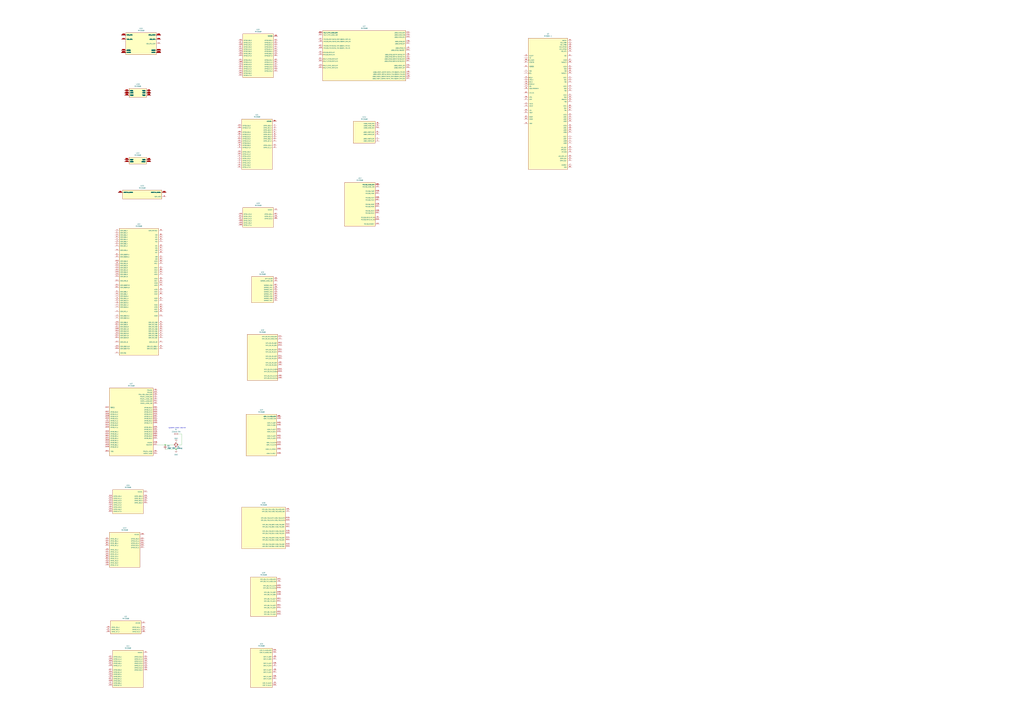
<source format=kicad_sch>
(kicad_sch (version 20250114) (generator "eeschema") (generator_version "9.0")
  (paper "A0")
  (lib_symbols
    (symbol "Device:C_Small" (pin_numbers (hide yes)) (pin_names (offset 0.254) (hide yes))
      (property "Reference" "C" (at 0.254 1.778 0))
      (property "Value" "C_Small" (at 0.254 -2.032 0))
      (symbol "C_Small_1_1"
        (pin passive line (at 0 2.54 270) (length 2.032) (name "~") (number "1"))
        (pin passive line (at 0 -2.54 90) (length 2.032) (name "~") (number "2"))
      )
    )
    (symbol "Device:Crystal_GND23_Small" (pin_names (offset 1.016) (hide yes))
      (property "Reference" "Y" (at 1.27 4.445 0))
      (property "Value" "Crystal_GND23_Small" (at 1.27 2.54 0))
      (symbol "Crystal_GND23_Small_1_1"
        (pin passive line (at -2.54 0 0) (length 1.27) (name "1") (number "1"))
        (pin passive line (at 0 2.54 270) (length 0.635) (name "3") (number "3"))
        (pin passive line (at 0 -2.54 90) (length 0.635) (name "2") (number "2"))
        (pin passive line (at 2.54 0 180) (length 1.27) (name "4") (number "4"))
      )
    )
    (symbol "Device:R_Small" (pin_numbers (hide yes)) (pin_names (offset 0.254) (hide yes))
      (property "Reference" "R" (at 0 0 90))
      (property "Value" "R_Small" (at 1.778 0 90))
      (symbol "R_Small_1_1"
        (pin passive line (at 0 2.54 270) (length 0.762) (name "~") (number "1"))
        (pin passive line (at 0 -2.54 90) (length 0.762) (name "~") (number "2"))
      )
    )
    (symbol "RK3568:RK3568" (pin_names (offset 1.016))
      (property "Reference" "U" (at -17.78 13.462 0))
      (property "Value" "RK3568" (at -17.78 -15.24 0))
      (symbol "RK3568_1_0"
        (pin power_in line (at -22.86 10.16 0) (length 5.08) (name "VDD_CPU") (number "J15"))
        (pin power_in line (at -22.86 10.16 0) (length 5.08) (name "VDD_CPU") (number "K15"))
        (pin power_in line (at -22.86 10.16 0) (length 5.08) (name "VDD_CPU") (number "K16"))
        (pin power_in line (at -22.86 10.16 0) (length 5.08) (name "VDD_CPU") (number "K17"))
        (pin power_in line (at -22.86 10.16 0) (length 5.08) (name "VDD_CPU") (number "K18"))
        (pin power_in line (at -22.86 10.16 0) (length 5.08) (name "VDD_CPU") (number "L15"))
        (pin power_in line (at -22.86 10.16 0) (length 5.08) (name "VDD_CPU") (number "L16"))
        (pin power_in line (at -22.86 10.16 0) (length 5.08) (name "VDD_CPU") (number "L17"))
        (pin power_in line (at -22.86 10.16 0) (length 5.08) (name "VDD_CPU") (number "L18"))
        (pin power_in line (at -22.86 10.16 0) (length 5.08) (name "VDD_CPU") (number "M17"))
        (pin power_in line (at -22.86 5.08 0) (length 5.08) (name "VDD_GPU") (number "R13"))
        (pin power_in line (at -22.86 5.08 0) (length 5.08) (name "VDD_GPU") (number "T13"))
        (pin power_in line (at -22.86 5.08 0) (length 5.08) (name "VDD_GPU") (number "U11"))
        (pin power_in line (at -22.86 5.08 0) (length 5.08) (name "VDD_GPU") (number "U12"))
        (pin power_in line (at -22.86 5.08 0) (length 5.08) (name "VDD_GPU") (number "U13"))
        (pin power_in line (at -22.86 -7.62 0) (length 5.08) (name "AVSS1") (number "J27"))
        (pin power_in line (at -22.86 -7.62 0) (length 5.08) (name "AVSS1") (number "L24"))
        (pin power_in line (at -22.86 -7.62 0) (length 5.08) (name "AVSS1") (number "L26"))
        (pin power_in line (at -22.86 -7.62 0) (length 5.08) (name "AVSS1") (number "M21"))
        (pin power_in line (at -22.86 -7.62 0) (length 5.08) (name "AVSS1") (number "M26"))
        (pin power_in line (at -22.86 -7.62 0) (length 5.08) (name "AVSS1") (number "N28"))
        (pin power_in line (at -22.86 -7.62 0) (length 5.08) (name "AVSS1") (number "P21"))
        (pin power_in line (at -22.86 -7.62 0) (length 5.08) (name "AVSS1") (number "P26"))
        (pin power_in line (at -22.86 -7.62 0) (length 5.08) (name "AVSS1") (number "R23"))
        (pin power_in line (at -22.86 -7.62 0) (length 5.08) (name "AVSS1") (number "R26"))
        (pin power_in line (at -22.86 -7.62 0) (length 5.08) (name "AVSS1") (number "U23"))
        (pin power_in line (at -22.86 -7.62 0) (length 5.08) (name "AVSS1") (number "U26"))
        (pin power_in line (at -22.86 -7.62 0) (length 5.08) (name "AVSS1") (number "V14"))
        (pin power_in line (at -22.86 -7.62 0) (length 5.08) (name "AVSS1") (number "V15"))
        (pin power_in line (at -22.86 -7.62 0) (length 5.08) (name "AVSS1") (number "V16"))
        (pin power_in line (at -22.86 -10.16 0) (length 5.08) (name "AVSS2") (number "AA12"))
        (pin power_in line (at -22.86 -10.16 0) (length 5.08) (name "AVSS2") (number "AA14"))
        (pin power_in line (at -22.86 -10.16 0) (length 5.08) (name "AVSS2") (number "AA15"))
        (pin power_in line (at -22.86 -10.16 0) (length 5.08) (name "AVSS2") (number "AA17"))
        (pin power_in line (at -22.86 -10.16 0) (length 5.08) (name "AVSS2") (number "AA24"))
        (pin power_in line (at -22.86 -10.16 0) (length 5.08) (name "AVSS2") (number "AA26"))
        (pin power_in line (at -22.86 -10.16 0) (length 5.08) (name "AVSS2") (number "AB11"))
        (pin power_in line (at -22.86 -10.16 0) (length 5.08) (name "AVSS2") (number "V22"))
        (pin power_in line (at -22.86 -10.16 0) (length 5.08) (name "AVSS2") (number "V23"))
        (pin power_in line (at -22.86 -10.16 0) (length 5.08) (name "AVSS2") (number "V26"))
        (pin power_in line (at -22.86 -10.16 0) (length 5.08) (name "AVSS2") (number "W17"))
        (pin power_in line (at -22.86 -10.16 0) (length 5.08) (name "AVSS2") (number "Y18"))
        (pin power_in line (at -22.86 -10.16 0) (length 5.08) (name "AVSS2") (number "Y23"))
        (pin power_in line (at -22.86 -10.16 0) (length 5.08) (name "AVSS2") (number "Y24"))
        (pin power_in line (at -22.86 -10.16 0) (length 5.08) (name "AVSS2") (number "Y26"))
        (pin power_in line (at 22.86 10.16 180) (length 5.08) (name "VDD_LOGIC") (number "L12"))
        (pin power_in line (at 22.86 10.16 180) (length 5.08) (name "VDD_LOGIC") (number "M12"))
        (pin power_in line (at 22.86 10.16 180) (length 5.08) (name "VDD_LOGIC") (number "N13"))
        (pin power_in line (at 22.86 10.16 180) (length 5.08) (name "VDD_LOGIC") (number "N16"))
        (pin power_in line (at 22.86 10.16 180) (length 5.08) (name "VDD_LOGIC") (number "P13"))
        (pin power_in line (at 22.86 10.16 180) (length 5.08) (name "VDD_LOGIC") (number "P16"))
        (pin power_in line (at 22.86 10.16 180) (length 5.08) (name "VDD_LOGIC") (number "R12"))
        (pin power_in line (at 22.86 10.16 180) (length 5.08) (name "VDD_LOGIC") (number "R16"))
        (pin power_in line (at 22.86 10.16 180) (length 5.08) (name "VDD_LOGIC") (number "T12"))
        (pin power_in line (at 22.86 10.16 180) (length 5.08) (name "VDD_LOGIC") (number "T16"))
        (pin power_in line (at 22.86 5.08 180) (length 5.08) (name "VDD_NPU") (number "M19"))
        (pin power_in line (at 22.86 5.08 180) (length 5.08) (name "VDD_NPU") (number "N19"))
        (pin power_in line (at 22.86 5.08 180) (length 5.08) (name "VDD_NPU") (number "P18"))
        (pin power_in line (at 22.86 5.08 180) (length 5.08) (name "VDD_NPU") (number "P19"))
        (pin power_in line (at 22.86 5.08 180) (length 5.08) (name "VDD_NPU") (number "P20"))
        (pin power_in line (at 22.86 0 180) (length 5.08) (name "VDD_CPU_COM") (number "M15"))
        (pin power_in line (at 22.86 -7.62 180) (length 5.08) (name "AVSS3") (number "AB12"))
        (pin power_in line (at 22.86 -7.62 180) (length 5.08) (name "AVSS3") (number "AB14"))
        (pin power_in line (at 22.86 -7.62 180) (length 5.08) (name "AVSS3") (number "AB15"))
        (pin power_in line (at 22.86 -7.62 180) (length 5.08) (name "AVSS3") (number "AB17"))
        (pin power_in line (at 22.86 -7.62 180) (length 5.08) (name "AVSS3") (number "AC11"))
        (pin power_in line (at 22.86 -7.62 180) (length 5.08) (name "AVSS3") (number "AC12"))
        (pin power_in line (at 22.86 -7.62 180) (length 5.08) (name "AVSS3") (number "AC15"))
        (pin power_in line (at 22.86 -7.62 180) (length 5.08) (name "AVSS3") (number "AC18"))
        (pin power_in line (at 22.86 -7.62 180) (length 5.08) (name "AVSS3") (number "AC25"))
        (pin power_in line (at 22.86 -7.62 180) (length 5.08) (name "AVSS3") (number "AC26"))
        (pin power_in line (at 22.86 -7.62 180) (length 5.08) (name "AVSS3") (number "AC9"))
        (pin power_in line (at 22.86 -7.62 180) (length 5.08) (name "AVSS3") (number "AD26"))
        (pin power_in line (at 22.86 -7.62 180) (length 5.08) (name "AVSS3") (number "AE14"))
        (pin power_in line (at 22.86 -7.62 180) (length 5.08) (name "AVSS3") (number "AE17"))
        (pin power_in line (at 22.86 -7.62 180) (length 5.08) (name "AVSS3") (number "AE20"))
        (pin power_in line (at 22.86 -10.16 180) (length 5.08) (name "AVSS4") (number "AE27"))
        (pin power_in line (at 22.86 -10.16 180) (length 5.08) (name "AVSS4") (number "AE28"))
        (pin power_in line (at 22.86 -10.16 180) (length 5.08) (name "AVSS4") (number "AF11"))
        (pin power_in line (at 22.86 -10.16 180) (length 5.08) (name "AVSS4") (number "AF12"))
        (pin power_in line (at 22.86 -10.16 180) (length 5.08) (name "AVSS4") (number "AF14"))
        (pin power_in line (at 22.86 -10.16 180) (length 5.08) (name "AVSS4") (number "AF15"))
        (pin power_in line (at 22.86 -10.16 180) (length 5.08) (name "AVSS4") (number "AF17"))
        (pin power_in line (at 22.86 -10.16 180) (length 5.08) (name "AVSS4") (number "AF18"))
        (pin power_in line (at 22.86 -10.16 180) (length 5.08) (name "AVSS4") (number "AF20"))
        (pin power_in line (at 22.86 -10.16 180) (length 5.08) (name "AVSS4") (number "AF21"))
        (pin power_in line (at 22.86 -10.16 180) (length 5.08) (name "AVSS4") (number "AF9"))
        (pin power_in line (at 22.86 -10.16 180) (length 5.08) (name "AVSS4") (number "AG18"))
        (pin power_in line (at 22.86 -10.16 180) (length 5.08) (name "AVSS4") (number "AH18"))
        (pin power_in line (at 22.86 -10.16 180) (length 5.08) (name "AVSS4") (number "AH23"))
      )
      (symbol "RK3568_2_0"
        (pin power_in line (at -15.24 2.54 0) (length 5.08) (name "VSS1") (number "A1"))
        (pin power_in line (at -15.24 2.54 0) (length 5.08) (name "VSS1") (number "A10"))
        (pin power_in line (at -15.24 2.54 0) (length 5.08) (name "VSS1") (number "A14"))
        (pin power_in line (at -15.24 2.54 0) (length 5.08) (name "VSS1") (number "A18"))
        (pin power_in line (at -15.24 2.54 0) (length 5.08) (name "VSS1") (number "A28"))
        (pin power_in line (at -15.24 2.54 0) (length 5.08) (name "VSS1") (number "A3"))
        (pin power_in line (at -15.24 2.54 0) (length 5.08) (name "VSS1") (number "A6"))
        (pin power_in line (at -15.24 2.54 0) (length 5.08) (name "VSS1") (number "B12"))
        (pin power_in line (at -15.24 2.54 0) (length 5.08) (name "VSS1") (number "B16"))
        (pin power_in line (at -15.24 2.54 0) (length 5.08) (name "VSS1") (number "B23"))
        (pin power_in line (at -15.24 2.54 0) (length 5.08) (name "VSS1") (number "B26"))
        (pin power_in line (at -15.24 2.54 0) (length 5.08) (name "VSS1") (number "B5"))
        (pin power_in line (at -15.24 2.54 0) (length 5.08) (name "VSS1") (number "B9"))
        (pin power_in line (at -15.24 2.54 0) (length 5.08) (name "VSS1") (number "C3"))
        (pin power_in line (at -15.24 2.54 0) (length 5.08) (name "VSS1") (number "C6"))
        (pin power_in line (at -15.24 0 0) (length 5.08) (name "VSS2") (number "C11"))
        (pin power_in line (at -15.24 0 0) (length 5.08) (name "VSS2") (number "C12"))
        (pin power_in line (at -15.24 0 0) (length 5.08) (name "VSS2") (number "C14"))
        (pin power_in line (at -15.24 0 0) (length 5.08) (name "VSS2") (number "C15"))
        (pin power_in line (at -15.24 0 0) (length 5.08) (name "VSS2") (number "C17"))
        (pin power_in line (at -15.24 0 0) (length 5.08) (name "VSS2") (number "C18"))
        (pin power_in line (at -15.24 0 0) (length 5.08) (name "VSS2") (number "C25"))
        (pin power_in line (at -15.24 0 0) (length 5.08) (name "VSS2") (number "C8"))
        (pin power_in line (at -15.24 0 0) (length 5.08) (name "VSS2") (number "C9"))
        (pin power_in line (at -15.24 0 0) (length 5.08) (name "VSS2") (number "D11"))
        (pin power_in line (at -15.24 0 0) (length 5.08) (name "VSS2") (number "D2"))
        (pin power_in line (at -15.24 0 0) (length 5.08) (name "VSS2") (number "D28"))
        (pin power_in line (at -15.24 0 0) (length 5.08) (name "VSS2") (number "D3"))
        (pin power_in line (at -15.24 0 0) (length 5.08) (name "VSS2") (number "E3"))
        (pin power_in line (at -15.24 0 0) (length 5.08) (name "VSS2") (number "E7"))
        (pin power_in line (at -15.24 -2.54 0) (length 5.08) (name "VSS3") (number "F1"))
        (pin power_in line (at -15.24 -2.54 0) (length 5.08) (name "VSS3") (number "F12"))
        (pin power_in line (at -15.24 -2.54 0) (length 5.08) (name "VSS3") (number "F14"))
        (pin power_in line (at -15.24 -2.54 0) (length 5.08) (name "VSS3") (number "F15"))
        (pin power_in line (at -15.24 -2.54 0) (length 5.08) (name "VSS3") (number "F17"))
        (pin power_in line (at -15.24 -2.54 0) (length 5.08) (name "VSS3") (number "F3"))
        (pin power_in line (at -15.24 -2.54 0) (length 5.08) (name "VSS3") (number "F9"))
        (pin power_in line (at -15.24 -2.54 0) (length 5.08) (name "VSS3") (number "G11"))
        (pin power_in line (at -15.24 -2.54 0) (length 5.08) (name "VSS3") (number "G12"))
        (pin power_in line (at -15.24 -2.54 0) (length 5.08) (name "VSS3") (number "G14"))
        (pin power_in line (at -15.24 -2.54 0) (length 5.08) (name "VSS3") (number "G15"))
        (pin power_in line (at -15.24 -2.54 0) (length 5.08) (name "VSS3") (number "G5"))
        (pin power_in line (at -15.24 -2.54 0) (length 5.08) (name "VSS3") (number "G6"))
        (pin power_in line (at -15.24 -2.54 0) (length 5.08) (name "VSS3") (number "G8"))
        (pin power_in line (at -15.24 -2.54 0) (length 5.08) (name "VSS3") (number "G9"))
        (pin power_in line (at 15.24 2.54 180) (length 5.08) (name "VSS4") (number "G17"))
        (pin power_in line (at 15.24 2.54 180) (length 5.08) (name "VSS4") (number "G18"))
        (pin power_in line (at 15.24 2.54 180) (length 5.08) (name "VSS4") (number "G24"))
        (pin power_in line (at 15.24 2.54 180) (length 5.08) (name "VSS4") (number "H2"))
        (pin power_in line (at 15.24 2.54 180) (length 5.08) (name "VSS4") (number "H3"))
        (pin power_in line (at 15.24 2.54 180) (length 5.08) (name "VSS4") (number "H6"))
        (pin power_in line (at 15.24 2.54 180) (length 5.08) (name "VSS4") (number "J17"))
        (pin power_in line (at 15.24 2.54 180) (length 5.08) (name "VSS4") (number "J18"))
        (pin power_in line (at 15.24 2.54 180) (length 5.08) (name "VSS4") (number "J20"))
        (pin power_in line (at 15.24 2.54 180) (length 5.08) (name "VSS4") (number "J22"))
        (pin power_in line (at 15.24 2.54 180) (length 5.08) (name "VSS4") (number "J26"))
        (pin power_in line (at 15.24 2.54 180) (length 5.08) (name "VSS4") (number "J3"))
        (pin power_in line (at 15.24 2.54 180) (length 5.08) (name "VSS4") (number "J5"))
        (pin power_in line (at 15.24 2.54 180) (length 5.08) (name "VSS4") (number "K1"))
        (pin power_in line (at 15.24 2.54 180) (length 5.08) (name "VSS4") (number "K11"))
        (pin power_in line (at 15.24 0 180) (length 5.08) (name "VSS5") (number "K12"))
        (pin power_in line (at 15.24 0 180) (length 5.08) (name "VSS5") (number "K13"))
        (pin power_in line (at 15.24 0 180) (length 5.08) (name "VSS5") (number "K14"))
        (pin power_in line (at 15.24 0 180) (length 5.08) (name "VSS5") (number "K19"))
        (pin power_in line (at 15.24 0 180) (length 5.08) (name "VSS5") (number "L11"))
        (pin power_in line (at 15.24 0 180) (length 5.08) (name "VSS5") (number "L13"))
        (pin power_in line (at 15.24 0 180) (length 5.08) (name "VSS5") (number "L14"))
        (pin power_in line (at 15.24 0 180) (length 5.08) (name "VSS5") (number "L19"))
        (pin power_in line (at 15.24 0 180) (length 5.08) (name "VSS5") (number "L20"))
        (pin power_in line (at 15.24 0 180) (length 5.08) (name "VSS5") (number "L21"))
        (pin power_in line (at 15.24 0 180) (length 5.08) (name "VSS5") (number "L3"))
        (pin power_in line (at 15.24 0 180) (length 5.08) (name "VSS5") (number "L5"))
        (pin power_in line (at 15.24 0 180) (length 5.08) (name "VSS5") (number "L8"))
        (pin power_in line (at 15.24 0 180) (length 5.08) (name "VSS5") (number "M2"))
        (pin power_in line (at 15.24 0 180) (length 5.08) (name "VSS5") (number "M3"))
        (pin power_in line (at 15.24 -2.54 180) (length 5.08) (name "VSS6") (number "M11"))
        (pin power_in line (at 15.24 -2.54 180) (length 5.08) (name "VSS6") (number "M13"))
        (pin power_in line (at 15.24 -2.54 180) (length 5.08) (name "VSS6") (number "M14"))
        (pin power_in line (at 15.24 -2.54 180) (length 5.08) (name "VSS6") (number "M16"))
        (pin power_in line (at 15.24 -2.54 180) (length 5.08) (name "VSS6") (number "M18"))
        (pin power_in line (at 15.24 -2.54 180) (length 5.08) (name "VSS6") (number "M6"))
        (pin power_in line (at 15.24 -2.54 180) (length 5.08) (name "VSS6") (number "M8"))
        (pin power_in line (at 15.24 -2.54 180) (length 5.08) (name "VSS6") (number "N1"))
        (pin power_in line (at 15.24 -2.54 180) (length 5.08) (name "VSS6") (number "N12"))
        (pin power_in line (at 15.24 -2.54 180) (length 5.08) (name "VSS6") (number "N14"))
        (pin power_in line (at 15.24 -2.54 180) (length 5.08) (name "VSS6") (number "N15"))
        (pin power_in line (at 15.24 -2.54 180) (length 5.08) (name "VSS6") (number "N17"))
        (pin power_in line (at 15.24 -2.54 180) (length 5.08) (name "VSS6") (number "N18"))
        (pin power_in line (at 15.24 -2.54 180) (length 5.08) (name "VSS6") (number "P3"))
        (pin power_in line (at 15.24 -2.54 180) (length 5.08) (name "VSS6") (number "P6"))
      )
      (symbol "RK3568_3_0"
        (pin power_in line (at -15.24 0 0) (length 5.08) (name "VSS7") (number "P12"))
        (pin power_in line (at -15.24 0 0) (length 5.08) (name "VSS7") (number "P14"))
        (pin power_in line (at -15.24 0 0) (length 5.08) (name "VSS7") (number "P15"))
        (pin power_in line (at -15.24 0 0) (length 5.08) (name "VSS7") (number "P17"))
        (pin power_in line (at -15.24 0 0) (length 5.08) (name "VSS7") (number "R10"))
        (pin power_in line (at -15.24 0 0) (length 5.08) (name "VSS7") (number "R11"))
        (pin power_in line (at -15.24 0 0) (length 5.08) (name "VSS7") (number "R14"))
        (pin power_in line (at -15.24 0 0) (length 5.08) (name "VSS7") (number "R15"))
        (pin power_in line (at -15.24 0 0) (length 5.08) (name "VSS7") (number "R17"))
        (pin power_in line (at -15.24 0 0) (length 5.08) (name "VSS7") (number "R18"))
        (pin power_in line (at -15.24 0 0) (length 5.08) (name "VSS7") (number "R19"))
        (pin power_in line (at -15.24 0 0) (length 5.08) (name "VSS7") (number "R3"))
        (pin power_in line (at -15.24 0 0) (length 5.08) (name "VSS7") (number "R6"))
        (pin power_in line (at -15.24 0 0) (length 5.08) (name "VSS7") (number "T10"))
        (pin power_in line (at -15.24 0 0) (length 5.08) (name "VSS7") (number "T11"))
        (pin power_in line (at -15.24 -2.54 0) (length 5.08) (name "VSS8") (number "T14"))
        (pin power_in line (at -15.24 -2.54 0) (length 5.08) (name "VSS8") (number "T15"))
        (pin power_in line (at -15.24 -2.54 0) (length 5.08) (name "VSS8") (number "T17"))
        (pin power_in line (at -15.24 -2.54 0) (length 5.08) (name "VSS8") (number "T18"))
        (pin power_in line (at -15.24 -2.54 0) (length 5.08) (name "VSS8") (number "T19"))
        (pin power_in line (at -15.24 -2.54 0) (length 5.08) (name "VSS8") (number "U1"))
        (pin power_in line (at -15.24 -2.54 0) (length 5.08) (name "VSS8") (number "U10"))
        (pin power_in line (at -15.24 -2.54 0) (length 5.08) (name "VSS8") (number "U14"))
        (pin power_in line (at -15.24 -2.54 0) (length 5.08) (name "VSS8") (number "U15"))
        (pin power_in line (at -15.24 -2.54 0) (length 5.08) (name "VSS8") (number "U16"))
        (pin power_in line (at -15.24 -2.54 0) (length 5.08) (name "VSS8") (number "U17"))
        (pin power_in line (at -15.24 -2.54 0) (length 5.08) (name "VSS8") (number "U18"))
        (pin power_in line (at -15.24 -2.54 0) (length 5.08) (name "VSS8") (number "U6"))
        (pin power_in line (at -15.24 -2.54 0) (length 5.08) (name "VSS8") (number "U7"))
        (pin power_in line (at -15.24 -2.54 0) (length 5.08) (name "VSS8") (number "U8"))
        (pin power_in line (at 15.24 0 180) (length 5.08) (name "VSS9") (number "AA23"))
        (pin power_in line (at 15.24 0 180) (length 5.08) (name "VSS9") (number "AA4"))
        (pin power_in line (at 15.24 0 180) (length 5.08) (name "VSS9") (number "AA9"))
        (pin power_in line (at 15.24 0 180) (length 5.08) (name "VSS9") (number "V13"))
        (pin power_in line (at 15.24 0 180) (length 5.08) (name "VSS9") (number "V3"))
        (pin power_in line (at 15.24 0 180) (length 5.08) (name "VSS9") (number "V8"))
        (pin power_in line (at 15.24 0 180) (length 5.08) (name "VSS9") (number "V9"))
        (pin power_in line (at 15.24 0 180) (length 5.08) (name "VSS9") (number "W10"))
        (pin power_in line (at 15.24 0 180) (length 5.08) (name "VSS9") (number "W11"))
        (pin power_in line (at 15.24 0 180) (length 5.08) (name "VSS9") (number "W12"))
        (pin power_in line (at 15.24 0 180) (length 5.08) (name "VSS9") (number "W13"))
        (pin power_in line (at 15.24 0 180) (length 5.08) (name "VSS9") (number "Y11"))
        (pin power_in line (at 15.24 0 180) (length 5.08) (name "VSS9") (number "Y12"))
        (pin power_in line (at 15.24 0 180) (length 5.08) (name "VSS9") (number "Y8"))
        (pin power_in line (at 15.24 0 180) (length 5.08) (name "VSS9") (number "Y9"))
        (pin power_in line (at 15.24 -2.54 180) (length 5.08) (name "VSS10") (number "AB2"))
        (pin power_in line (at 15.24 -2.54 180) (length 5.08) (name "VSS10") (number "AB6"))
        (pin power_in line (at 15.24 -2.54 180) (length 5.08) (name "VSS10") (number "AD3"))
        (pin power_in line (at 15.24 -2.54 180) (length 5.08) (name "VSS10") (number "AE21"))
        (pin power_in line (at 15.24 -2.54 180) (length 5.08) (name "VSS10") (number "AE6"))
        (pin power_in line (at 15.24 -2.54 180) (length 5.08) (name "VSS10") (number "AF26"))
        (pin power_in line (at 15.24 -2.54 180) (length 5.08) (name "VSS10") (number "AF3"))
        (pin power_in line (at 15.24 -2.54 180) (length 5.08) (name "VSS10") (number "AG5"))
        (pin power_in line (at 15.24 -2.54 180) (length 5.08) (name "VSS10") (number "AH1"))
        (pin power_in line (at 15.24 -2.54 180) (length 5.08) (name "VSS10") (number "AH28"))
        (pin power_in line (at 15.24 -2.54 180) (length 5.08) (name "VSS10") (number "AH8"))
      )
      (symbol "RK3568_4_0"
        (pin power_in line (at -27.94 2.54 0) (length 5.08) (name "DDRPHY_VDDQ") (number "H11"))
        (pin power_in line (at -27.94 2.54 0) (length 5.08) (name "DDRPHY_VDDQ") (number "H12"))
        (pin power_in line (at -27.94 2.54 0) (length 5.08) (name "DDRPHY_VDDQ") (number "H14"))
        (pin power_in line (at -27.94 2.54 0) (length 5.08) (name "DDRPHY_VDDQ") (number "H15"))
        (pin power_in line (at -27.94 2.54 0) (length 5.08) (name "DDRPHY_VDDQ") (number "H9"))
        (pin power_in line (at -27.94 2.54 0) (length 5.08) (name "DDRPHY_VDDQ") (number "J9"))
        (pin power_in line (at -27.94 2.54 0) (length 5.08) (name "DDRPHY_VDDQ") (number "L9"))
        (pin power_in line (at -27.94 2.54 0) (length 5.08) (name "DDRPHY_VDDQ") (number "M9"))
        (pin power_in line (at 27.94 2.54 180) (length 5.08) (name "DDRPHY_VDDQL") (number "J11"))
        (pin power_in line (at 27.94 2.54 180) (length 5.08) (name "DDRPHY_VDDQL") (number "J12"))
        (pin power_in line (at 27.94 2.54 180) (length 5.08) (name "DDRPHY_VDDQL") (number "J14"))
        (pin power_in line (at 27.94 2.54 180) (length 5.08) (name "DDRPHY_VDDQL") (number "K10"))
        (pin power_in line (at 27.94 2.54 180) (length 5.08) (name "DDRPHY_VDDQL") (number "L10"))
        (pin power_in line (at 27.94 2.54 180) (length 5.08) (name "DDRPHY_VDDQL") (number "M10"))
        (pin power_in line (at 27.94 -2.54 180) (length 5.08) (name "DDR_AVSS") (number "J8"))
      )
      (symbol "RK3568_5_0"
        (pin bidirectional line (at -27.94 71.12 0) (length 5.08) (name "DDR_DQ0_A") (number "F2"))
        (pin bidirectional line (at -27.94 68.58 0) (length 5.08) (name "DDR_DQ1_A") (number "E1"))
        (pin bidirectional line (at -27.94 66.04 0) (length 5.08) (name "DDR_DQ2_A") (number "E2"))
        (pin bidirectional line (at -27.94 63.5 0) (length 5.08) (name "DDR_DQ3_A") (number "D1"))
        (pin bidirectional line (at -27.94 60.96 0) (length 5.08) (name "DDR_DQ4_A") (number "J1"))
        (pin bidirectional line (at -27.94 58.42 0) (length 5.08) (name "DDR_DQ5_A") (number "J2"))
        (pin bidirectional line (at -27.94 55.88 0) (length 5.08) (name "DDR_DQ6_A") (number "H1"))
        (pin bidirectional line (at -27.94 53.34 0) (length 5.08) (name "DDR_DQ7_A") (number "H4"))
        (pin bidirectional line (at -27.94 48.26 0) (length 5.08) (name "DDR_DM0_A") (number "H5"))
        (pin bidirectional line (at -27.94 43.18 0) (length 5.08) (name "DDR_DQS0P_A") (number "G1"))
        (pin bidirectional line (at -27.94 40.64 0) (length 5.08) (name "DDR_DQS0N_A") (number "G2"))
        (pin bidirectional line (at -27.94 35.56 0) (length 5.08) (name "DDR_DQ0_B") (number "B10"))
        (pin bidirectional line (at -27.94 33.02 0) (length 5.08) (name "DDR_DQ1_B") (number "A9"))
        (pin bidirectional line (at -27.94 30.48 0) (length 5.08) (name "DDR_DQ2_B") (number "D12"))
        (pin bidirectional line (at -27.94 27.94 0) (length 5.08) (name "DDR_DQ3_B") (number "E12"))
        (pin bidirectional line (at -27.94 25.4 0) (length 5.08) (name "DDR_DQ4_B") (number "A12"))
        (pin bidirectional line (at -27.94 22.86 0) (length 5.08) (name "DDR_DQ5_B") (number "D15"))
        (pin bidirectional line (at -27.94 20.32 0) (length 5.08) (name "DDR_DQ6_B") (number "E15"))
        (pin bidirectional line (at -27.94 17.78 0) (length 5.08) (name "DDR_DQ7_B") (number "E14"))
        (pin bidirectional line (at -27.94 12.7 0) (length 5.08) (name "DDR_DM0_B") (number "D14"))
        (pin bidirectional line (at -27.94 7.62 0) (length 5.08) (name "DDR_DQS0P_B") (number "A11"))
        (pin bidirectional line (at -27.94 5.08 0) (length 5.08) (name "DDR_DQS0N_B") (number "B11"))
        (pin bidirectional line (at -27.94 0 0) (length 5.08) (name "DDR_DQ8_A") (number "M1"))
        (pin bidirectional line (at -27.94 -2.54 0) (length 5.08) (name "DDR_DQ9_A") (number "N2"))
        (pin bidirectional line (at -27.94 -5.08 0) (length 5.08) (name "DDR_DQ10_A") (number "L7"))
        (pin bidirectional line (at -27.94 -7.62 0) (length 5.08) (name "DDR_DQ11_A") (number "L6"))
        (pin bidirectional line (at -27.94 -10.16 0) (length 5.08) (name "DDR_DQ12_A") (number "K2"))
        (pin bidirectional line (at -27.94 -12.7 0) (length 5.08) (name "DDR_DQ13_A") (number "J6"))
        (pin bidirectional line (at -27.94 -15.24 0) (length 5.08) (name "DDR_DQ14_A") (number "J7"))
        (pin bidirectional line (at -27.94 -17.78 0) (length 5.08) (name "DDR_DQ15_A") (number "L4"))
        (pin bidirectional line (at -27.94 -22.86 0) (length 5.08) (name "DDR_DM1_A") (number "J4"))
        (pin bidirectional line (at -27.94 -27.94 0) (length 5.08) (name "DDR_DQS1P_A") (number "L2"))
        (pin bidirectional line (at -27.94 -30.48 0) (length 5.08) (name "DDR_DQS1N_A") (number "L1"))
        (pin bidirectional line (at -27.94 -35.56 0) (length 5.08) (name "DDR_DQ8_B") (number "A16"))
        (pin bidirectional line (at -27.94 -38.1 0) (length 5.08) (name "DDR_DQ9_B") (number "B17"))
        (pin bidirectional line (at -27.94 -40.64 0) (length 5.08) (name "DDR_DQ10_B") (number "A17"))
        (pin bidirectional line (at -27.94 -43.18 0) (length 5.08) (name "DDR_DQ11_B") (number "B18"))
        (pin bidirectional line (at -27.94 -45.72 0) (length 5.08) (name "DDR_DQ12_B") (number "B13"))
        (pin bidirectional line (at -27.94 -48.26 0) (length 5.08) (name "DDR_DQ13_B") (number "A13"))
        (pin bidirectional line (at -27.94 -50.8 0) (length 5.08) (name "DDR_DQ14_B") (number "D17"))
        (pin bidirectional line (at -27.94 -53.34 0) (length 5.08) (name "DDR_DQ15_B") (number "B14"))
        (pin bidirectional line (at -27.94 -58.42 0) (length 5.08) (name "DDR_DM1_B") (number "E17"))
        (pin bidirectional line (at -27.94 -63.5 0) (length 5.08) (name "DDR_DQS1N_B") (number "A15"))
        (pin bidirectional line (at -27.94 -66.04 0) (length 5.08) (name "DDR_DQS1P_B") (number "B15"))
        (pin passive line (at -27.94 -71.12 0) (length 5.08) (name "DDR_RZQ") (number "H7"))
        (pin output line (at 27.94 71.12 180) (length 5.08) (name "DDR_VREFOUT") (number "P8"))
        (pin output line (at 27.94 66.04 180) (length 5.08) (name "AC0") (number "B6"))
        (pin output line (at 27.94 63.5 180) (length 5.08) (name "AC1") (number "F5"))
        (pin output line (at 27.94 60.96 180) (length 5.08) (name "AC2") (number "B1"))
        (pin output line (at 27.94 58.42 180) (length 5.08) (name "AC3") (number "F4"))
        (pin output line (at 27.94 53.34 180) (length 5.08) (name "AC4") (number "D9"))
        (pin output line (at 27.94 50.8 180) (length 5.08) (name "AC5") (number "B7"))
        (pin output line (at 27.94 48.26 180) (length 5.08) (name "AC6") (number "A7"))
        (pin output line (at 27.94 45.72 180) (length 5.08) (name "AC7") (number "A8"))
        (pin output line (at 27.94 40.64 180) (length 5.08) (name "AC8") (number "C1"))
        (pin output line (at 27.94 38.1 180) (length 5.08) (name "AC9") (number "A5"))
        (pin output line (at 27.94 35.56 180) (length 5.08) (name "AC10") (number "D6"))
        (pin output line (at 27.94 33.02 180) (length 5.08) (name "AC11") (number "C2"))
        (pin output line (at 27.94 27.94 180) (length 5.08) (name "AC12") (number "C4"))
        (pin output line (at 27.94 25.4 180) (length 5.08) (name "AC13") (number "B8"))
        (pin output line (at 27.94 22.86 180) (length 5.08) (name "AC14") (number "C5"))
        (pin output line (at 27.94 20.32 180) (length 5.08) (name "AC15") (number "E4"))
        (pin output line (at 27.94 15.24 180) (length 5.08) (name "AC16") (number "D5"))
        (pin output line (at 27.94 12.7 180) (length 5.08) (name "AC17") (number "E6"))
        (pin output line (at 27.94 10.16 180) (length 5.08) (name "AC18") (number "E11"))
        (pin output line (at 27.94 7.62 180) (length 5.08) (name "AC19") (number "E9"))
        (pin output line (at 27.94 2.54 180) (length 5.08) (name "AC20") (number "F8"))
        (pin output line (at 27.94 0 180) (length 5.08) (name "AC21") (number "F7"))
        (pin output line (at 27.94 -2.54 180) (length 5.08) (name "AC22") (number "B3"))
        (pin output line (at 27.94 -7.62 180) (length 5.08) (name "AC23") (number "B4"))
        (pin output line (at 27.94 -10.16 180) (length 5.08) (name "AC24") (number "A4"))
        (pin output line (at 27.94 -15.24 180) (length 5.08) (name "AC25") (number "A2"))
        (pin output line (at 27.94 -17.78 180) (length 5.08) (name "AC26") (number "B2"))
        (pin output line (at 27.94 -20.32 180) (length 5.08) (name "AC27") (number "E8"))
        (pin output line (at 27.94 -22.86 180) (length 5.08) (name "AC28") (number "D8"))
        (pin output line (at 27.94 -27.94 180) (length 5.08) (name "AC29") (number "F11"))
        (pin bidirectional line (at 27.94 -35.56 180) (length 5.08) (name "DDR_ECC_DQ0") (number "P5"))
        (pin bidirectional line (at 27.94 -38.1 180) (length 5.08) (name "DDR_ECC_DQ1") (number "M4"))
        (pin bidirectional line (at 27.94 -40.64 180) (length 5.08) (name "DDR_ECC_DQ2") (number "M5"))
        (pin bidirectional line (at 27.94 -43.18 180) (length 5.08) (name "DDR_ECC_DQ3") (number "R5"))
        (pin bidirectional line (at 27.94 -45.72 180) (length 5.08) (name "DDR_ECC_DQ4") (number "M7"))
        (pin bidirectional line (at 27.94 -48.26 180) (length 5.08) (name "DDR_ECC_DQ5") (number "R7"))
        (pin bidirectional line (at 27.94 -50.8 180) (length 5.08) (name "DDR_ECC_DQ6") (number "P4"))
        (pin bidirectional line (at 27.94 -53.34 180) (length 5.08) (name "DDR_ECC_DQ7") (number "R4"))
        (pin bidirectional line (at 27.94 -58.42 180) (length 5.08) (name "DDR_ECC_DM") (number "P7"))
        (pin bidirectional line (at 27.94 -63.5 180) (length 5.08) (name "DDR_ECC_DQS_P") (number "P2"))
        (pin bidirectional line (at 27.94 -66.04 180) (length 5.08) (name "DDR_ECC_DQS_N") (number "P1"))
      )
      (symbol "RK3568_6_0"
        (pin input line (at -30.48 15.24 0) (length 5.08) (name "~{POR_U}") (number "AH27"))
        (pin bidirectional line (at -30.48 10.16 0) (length 5.08) (name "GPIO0_A0_D") (number "AG27"))
        (pin bidirectional line (at -30.48 7.62 0) (length 5.08) (name "GPIO0_A1_Z") (number "AG26"))
        (pin bidirectional line (at -30.48 5.08 0) (length 5.08) (name "GPIO0_A2_D") (number "AG28"))
        (pin bidirectional line (at -30.48 2.54 0) (length 5.08) (name "GPIO0_A3_U") (number "AA22"))
        (pin bidirectional line (at -30.48 0 0) (length 5.08) (name "GPIO0_A4_U") (number "Y22"))
        (pin bidirectional line (at -30.48 -2.54 0) (length 5.08) (name "GPIO0_A5_D") (number "AF25"))
        (pin bidirectional line (at -30.48 -5.08 0) (length 5.08) (name "GPIO0_A6_D") (number "AE24"))
        (pin bidirectional line (at -30.48 -7.62 0) (length 5.08) (name "GPIO0_A7_U") (number "AG25"))
        (pin bidirectional line (at -30.48 -12.7 0) (length 5.08) (name "GPIO0_B0_U") (number "AD23"))
        (pin bidirectional line (at -30.48 -15.24 0) (length 5.08) (name "GPIO0_B1_U") (number "AF24"))
        (pin bidirectional line (at -30.48 -17.78 0) (length 5.08) (name "GPIO0_B2_U") (number "AB21"))
        (pin bidirectional line (at -30.48 -20.32 0) (length 5.08) (name "GPIO0_B3_U") (number "AG24"))
        (pin bidirectional line (at -30.48 -22.86 0) (length 5.08) (name "GPIO0_B4_U") (number "AB20"))
        (pin bidirectional line (at -30.48 -25.4 0) (length 5.08) (name "GPIO0_B5_U") (number "AC22"))
        (pin bidirectional line (at -30.48 -27.94 0) (length 5.08) (name "GPIO0_B6_U") (number "AA20"))
        (pin bidirectional line (at -30.48 -30.48 0) (length 5.08) (name "GPIO0_B7_D") (number "AH26"))
        (pin input line (at -30.48 -35.56 0) (length 5.08) (name "TVSS") (number "AB24"))
        (pin power_in line (at 30.48 35.56 180) (length 5.08) (name "PMUIO1") (number "Y20"))
        (pin power_in line (at 30.48 33.02 180) (length 5.08) (name "PMUIO2") (number "W19"))
        (pin power_in line (at 30.48 30.48 180) (length 5.08) (name "PMU_VDD_LOGIC_0V9") (number "V19"))
        (pin power_in line (at 30.48 27.94 180) (length 5.08) (name "PMUPLL_AVDD_0V9") (number "V21"))
        (pin power_in line (at 30.48 25.4 180) (length 5.08) (name "PMUPLL_AVDD_1V8") (number "Y21"))
        (pin power_in line (at 30.48 22.86 180) (length 5.08) (name "SYSPLL_AVDD_0V9") (number "P11"))
        (pin power_in line (at 30.48 20.32 180) (length 5.08) (name "SYSPLL_AVDD_1V8") (number "N10"))
        (pin bidirectional line (at 30.48 15.24 180) (length 5.08) (name "GPIO0_C0_D") (number "AD22"))
        (pin bidirectional line (at 30.48 12.7 180) (length 5.08) (name "GPIO0_C1_D") (number "AF23"))
        (pin bidirectional line (at 30.48 10.16 180) (length 5.08) (name "GPIO0_C2_D") (number "AG23"))
        (pin bidirectional line (at 30.48 7.62 180) (length 5.08) (name "GPIO0_C3_D") (number "AE23"))
        (pin bidirectional line (at 30.48 5.08 180) (length 5.08) (name "GPIO0_C4_D") (number "AD21"))
        (pin bidirectional line (at 30.48 2.54 180) (length 5.08) (name "GPIO0_C5_D") (number "AC21"))
        (pin bidirectional line (at 30.48 0 180) (length 5.08) (name "GPIO0_C6_D") (number "AD20"))
        (pin bidirectional line (at 30.48 -2.54 180) (length 5.08) (name "GPIO0_C7_D") (number "AH25"))
        (pin bidirectional line (at 30.48 -7.62 180) (length 5.08) (name "GPIO0_D0_U") (number "AC20"))
        (pin bidirectional line (at 30.48 -10.16 180) (length 5.08) (name "GPIO0_D1_U") (number "AH24"))
        (pin bidirectional line (at 30.48 -12.7 180) (length 5.08) (name "GPIO0_D3_D") (number "AE26"))
        (pin bidirectional line (at 30.48 -15.24 180) (length 5.08) (name "GPIO0_D4_D") (number "AB23"))
        (pin bidirectional line (at 30.48 -17.78 180) (length 5.08) (name "GPIO0_D5_D") (number "AD25"))
        (pin bidirectional line (at 30.48 -20.32 180) (length 5.08) (name "GPIO0_D6_D") (number "AC24"))
        (pin input line (at 30.48 -25.4 180) (length 5.08) (name "XIN24M") (number "AF28"))
        (pin output line (at 30.48 -27.94 180) (length 5.08) (name "XOUT24M") (number "AF27"))
        (pin power_in line (at 30.48 -35.56 180) (length 5.08) (name "PMUPLL_AVSS") (number "V20"))
        (pin power_in line (at 30.48 -38.1 180) (length 5.08) (name "SYSPLL_AVSS") (number "N11"))
      )
      (symbol "RK3568_7_0"
        (pin bidirectional line (at -22.86 7.62 0) (length 5.08) (name "GPIO1_A0_U") (number "D18"))
        (pin bidirectional line (at -22.86 5.08 0) (length 5.08) (name "GPIO1_A1_U") (number "E18"))
        (pin bidirectional line (at -22.86 2.54 0) (length 5.08) (name "GPIO1_A2_D") (number "A19"))
        (pin bidirectional line (at -22.86 0 0) (length 5.08) (name "GPIO1_A3_D") (number "B19"))
        (pin bidirectional line (at -22.86 -2.54 0) (length 5.08) (name "GPIO1_A4_D") (number "F18"))
        (pin bidirectional line (at -22.86 -5.08 0) (length 5.08) (name "GPIO1_A5_D") (number "A20"))
        (pin bidirectional line (at -22.86 -7.62 0) (length 5.08) (name "GPIO1_A6_D") (number "C20"))
        (pin bidirectional line (at -22.86 -10.16 0) (length 5.08) (name "GPIO1_A7_D") (number "B20"))
        (pin power_in line (at 22.86 12.7 180) (length 5.08) (name "VCCIO1") (number "H17"))
        (pin bidirectional line (at 22.86 7.62 180) (length 5.08) (name "GPIO1_B0_D") (number "D20"))
        (pin bidirectional line (at 22.86 5.08 180) (length 5.08) (name "GPIO1_B1_D") (number "E20"))
        (pin bidirectional line (at 22.86 2.54 180) (length 5.08) (name "GPIO1_B2_D") (number "A21"))
        (pin bidirectional line (at 22.86 0 180) (length 5.08) (name "GPIO1_B3_D") (number "B21"))
      )
      (symbol "RK3568_8_0"
        (pin bidirectional line (at -22.86 12.7 0) (length 5.08) (name "GPIO1_B4_U") (number "A24"))
        (pin bidirectional line (at -22.86 10.16 0) (length 5.08) (name "GPIO1_B5_U") (number "C21"))
        (pin bidirectional line (at -22.86 7.62 0) (length 5.08) (name "GPIO1_B6_U") (number "B24"))
        (pin bidirectional line (at -22.86 5.08 0) (length 5.08) (name "GPIO1_B7_U") (number "D21"))
        (pin bidirectional line (at -22.86 0 0) (length 5.08) (name "GPIO1_C0_U") (number "A25"))
        (pin bidirectional line (at -22.86 -2.54 0) (length 5.08) (name "GPIO1_C1_U") (number "E21"))
        (pin bidirectional line (at -22.86 -5.08 0) (length 5.08) (name "GPIO1_C2_U") (number "E22"))
        (pin bidirectional line (at -22.86 -7.62 0) (length 5.08) (name "GPIO1_C3_U") (number "B25"))
        (pin bidirectional line (at -22.86 -10.16 0) (length 5.08) (name "GPIO1_C4_U") (number "B22"))
        (pin bidirectional line (at -22.86 -12.7 0) (length 5.08) (name "GPIO1_C5_D") (number "A23"))
        (pin bidirectional line (at -22.86 -15.24 0) (length 5.08) (name "GPIO1_C6_D") (number "A26"))
        (pin bidirectional line (at -22.86 -17.78 0) (length 5.08) (name "GPIO1_C7_D") (number "F20"))
        (pin power_in line (at 22.86 17.78 180) (length 5.08) (name "VCCIO2") (number "H18"))
        (pin bidirectional line (at 22.86 12.7 180) (length 5.08) (name "GPIO1_D0_D") (number "A22"))
        (pin bidirectional line (at 22.86 10.16 180) (length 5.08) (name "GPIO1_D1_U") (number "C24"))
        (pin bidirectional line (at 22.86 7.62 180) (length 5.08) (name "GPIO1_D2_U") (number "D23"))
        (pin bidirectional line (at 22.86 5.08 180) (length 5.08) (name "GPIO1_D3_U") (number "C23"))
        (pin bidirectional line (at 22.86 2.54 180) (length 5.08) (name "GPIO1_D4_U") (number "A27"))
      )
      (symbol "RK3568_9_0"
        (pin bidirectional line (at -22.86 0 0) (length 5.08) (name "GPIO1_D5_U") (number "J25"))
        (pin bidirectional line (at -22.86 -2.54 0) (length 5.08) (name "GPIO1_D6_U") (number "J24"))
        (pin bidirectional line (at -22.86 -5.08 0) (length 5.08) (name "GPIO1_D7_U") (number "H26"))
        (pin power_in line (at 22.86 5.08 180) (length 5.08) (name "VCCIO3") (number "L22"))
        (pin bidirectional line (at 22.86 0 180) (length 5.08) (name "GPIO2_A0_U") (number "J23"))
        (pin bidirectional line (at 22.86 -2.54 180) (length 5.08) (name "GPIO2_A1_U") (number "H27"))
        (pin bidirectional line (at 22.86 -5.08 180) (length 5.08) (name "GPIO2_A2_D") (number "H28"))
      )
      (symbol "RK3568_10_0"
        (pin bidirectional line (at -22.86 12.7 0) (length 5.08) (name "GPIO2_A3_U") (number "E27"))
        (pin bidirectional line (at -22.86 10.16 0) (length 5.08) (name "GPIO2_A4_U") (number "E28"))
        (pin bidirectional line (at -22.86 7.62 0) (length 5.08) (name "GPIO2_A5_U") (number "B28"))
        (pin bidirectional line (at -22.86 5.08 0) (length 5.08) (name "GPIO2_A6_U") (number "C27"))
        (pin bidirectional line (at -22.86 2.54 0) (length 5.08) (name "GPIO2_A7_U") (number "C28"))
        (pin bidirectional line (at -22.86 -2.54 0) (length 5.08) (name "GPIO2_B0_D") (number "D27"))
        (pin bidirectional line (at -22.86 -5.08 0) (length 5.08) (name "GPIO2_B1_D") (number "D26"))
        (pin bidirectional line (at -22.86 -7.62 0) (length 5.08) (name "GPIO2_B2_U") (number "E25"))
        (pin bidirectional line (at -22.86 -10.16 0) (length 5.08) (name "GPIO2_B3_U") (number "F28"))
        (pin bidirectional line (at -22.86 -12.7 0) (length 5.08) (name "GPIO2_B4_U") (number "G27"))
        (pin bidirectional line (at -22.86 -15.24 0) (length 5.08) (name "GPIO2_B5_U") (number "G28"))
        (pin bidirectional line (at -22.86 -17.78 0) (length 5.08) (name "GPIO2_B6_U") (number "F27"))
        (pin bidirectional line (at -22.86 -20.32 0) (length 5.08) (name "GPIO2_B7_D") (number "H25"))
        (pin power_in line (at 22.86 17.78 180) (length 5.08) (name "VCCIO4") (number "J21"))
        (pin bidirectional line (at 22.86 12.7 180) (length 5.08) (name "GPIO2_C0_D") (number "F24"))
        (pin bidirectional line (at 22.86 10.16 180) (length 5.08) (name "GPIO2_C1_D") (number "G23"))
        (pin bidirectional line (at 22.86 7.62 180) (length 5.08) (name "GPIO2_C2_D") (number "F25"))
        (pin bidirectional line (at 22.86 5.08 180) (length 5.08) (name "GPIO2_C3_D") (number "H24"))
        (pin bidirectional line (at 22.86 2.54 180) (length 5.08) (name "GPIO2_C4_D") (number "H23"))
        (pin bidirectional line (at 22.86 0 180) (length 5.08) (name "GPIO2_C5_D") (number "F26"))
        (pin bidirectional line (at 22.86 -2.54 180) (length 5.08) (name "GPIO2_C6_D") (number "E26"))
      )
      (symbol "RK3568_11_0"
        (pin bidirectional line (at -22.86 17.78 0) (length 5.08) (name "GPIO2_D0_D") (number "AG6"))
        (pin bidirectional line (at -22.86 15.24 0) (length 5.08) (name "GPIO2_D1_D") (number "AD7"))
        (pin bidirectional line (at -22.86 12.7 0) (length 5.08) (name "GPIO2_D2_D") (number "AC8"))
        (pin bidirectional line (at -22.86 10.16 0) (length 5.08) (name "GPIO2_D3_D") (number "AC7"))
        (pin bidirectional line (at -22.86 7.62 0) (length 5.08) (name "GPIO2_D4_D") (number "AF5"))
        (pin bidirectional line (at -22.86 5.08 0) (length 5.08) (name "GPIO2_D5_D") (number "AF6"))
        (pin bidirectional line (at -22.86 2.54 0) (length 5.08) (name "GPIO2_D6_D") (number "AD6"))
        (pin bidirectional line (at -22.86 0 0) (length 5.08) (name "GPIO2_D7_D") (number "AH5"))
        (pin bidirectional line (at -22.86 -5.08 0) (length 5.08) (name "GPIO3_A0_D") (number "AH4"))
        (pin bidirectional line (at -22.86 -7.62 0) (length 5.08) (name "GPIO3_A1_D") (number "AB8"))
        (pin bidirectional line (at -22.86 -10.16 0) (length 5.08) (name "GPIO3_A2_D") (number "AE5"))
        (pin bidirectional line (at -22.86 -12.7 0) (length 5.08) (name "GPIO3_A3_D") (number "AG4"))
        (pin bidirectional line (at -22.86 -15.24 0) (length 5.08) (name "GPIO3_A4_D") (number "AF4"))
        (pin bidirectional line (at -22.86 -17.78 0) (length 5.08) (name "GPIO3_A5_D") (number "AH3"))
        (pin bidirectional line (at -22.86 -20.32 0) (length 5.08) (name "GPIO3_A6_D") (number "AG3"))
        (pin bidirectional line (at -22.86 -22.86 0) (length 5.08) (name "GPIO3_A7_D") (number "AH2"))
        (pin power_in line (at 22.86 22.86 180) (length 5.08) (name "VCCIO5") (number "V10"))
        (pin power_in line (at 22.86 22.86 180) (length 5.08) (name "VCCIO5") (number "V11"))
        (pin bidirectional line (at 22.86 17.78 180) (length 5.08) (name "GPIO3_B0_D") (number "AG2"))
        (pin bidirectional line (at 22.86 15.24 180) (length 5.08) (name "GPIO3_B1_D") (number "AG1"))
        (pin bidirectional line (at 22.86 12.7 180) (length 5.08) (name "GPIO3_B2_D") (number "AF2"))
        (pin bidirectional line (at 22.86 10.16 180) (length 5.08) (name "GPIO3_B3_D") (number "AF1"))
        (pin bidirectional line (at 22.86 7.62 180) (length 5.08) (name "GPIO3_B4_D") (number "AE1"))
        (pin bidirectional line (at 22.86 5.08 180) (length 5.08) (name "GPIO3_B5_D") (number "AE2"))
        (pin bidirectional line (at 22.86 2.54 180) (length 5.08) (name "GPIO3_B6_D") (number "AE3"))
        (pin bidirectional line (at 22.86 0 180) (length 5.08) (name "GPIO3_B7_D") (number "AD4"))
        (pin bidirectional line (at 22.86 -5.08 180) (length 5.08) (name "GPIO3_C0_D") (number "AD2"))
        (pin bidirectional line (at 22.86 -7.62 180) (length 5.08) (name "GPIO3_C1_D") (number "AD1"))
        (pin bidirectional line (at 22.86 -10.16 180) (length 5.08) (name "GPIO3_C2_D") (number "AA7"))
        (pin bidirectional line (at 22.86 -12.7 180) (length 5.08) (name "GPIO3_C3_D") (number "AC4"))
        (pin bidirectional line (at 22.86 -15.24 180) (length 5.08) (name "GPIO3_C4_D") (number "AC3"))
        (pin bidirectional line (at 22.86 -17.78 180) (length 5.08) (name "GPIO3_C5_D") (number "AC2"))
      )
      (symbol "RK3568_12_0"
        (pin bidirectional line (at -22.86 22.86 0) (length 5.08) (name "GPIO3_C6_D") (number "AC5"))
        (pin bidirectional line (at -22.86 20.32 0) (length 5.08) (name "GPIO3_C7_D") (number "AA6"))
        (pin bidirectional line (at -22.86 15.24 0) (length 5.08) (name "GPIO3_D0_D") (number "AB5"))
        (pin bidirectional line (at -22.86 12.7 0) (length 5.08) (name "GPIO3_D1_D") (number "AB1"))
        (pin bidirectional line (at -22.86 10.16 0) (length 5.08) (name "GPIO3_D2_D") (number "Y7"))
        (pin bidirectional line (at -22.86 7.62 0) (length 5.08) (name "GPIO3_D3_D") (number "AC1"))
        (pin bidirectional line (at -22.86 5.08 0) (length 5.08) (name "GPIO3_D4_D") (number "AA1"))
        (pin bidirectional line (at -22.86 2.54 0) (length 5.08) (name "GPIO3_D5_D") (number "AA5"))
        (pin bidirectional line (at -22.86 0 0) (length 5.08) (name "GPIO3_D6_D") (number "Y6"))
        (pin bidirectional line (at -22.86 -2.54 0) (length 5.08) (name "GPIO3_D7_D") (number "Y5"))
        (pin bidirectional line (at -22.86 -7.62 0) (length 5.08) (name "GPIO4_A0_D") (number "AA3"))
        (pin bidirectional line (at -22.86 -10.16 0) (length 5.08) (name "GPIO4_A1_D") (number "AA2"))
        (pin bidirectional line (at -22.86 -12.7 0) (length 5.08) (name "GPIO4_A2_D") (number "Y4"))
        (pin bidirectional line (at -22.86 -15.24 0) (length 5.08) (name "GPIO4_A3_D") (number "Y3"))
        (pin bidirectional line (at -22.86 -17.78 0) (length 5.08) (name "GPIO4_A4_D") (number "Y2"))
        (pin bidirectional line (at -22.86 -20.32 0) (length 5.08) (name "GPIO4_A5_D") (number "Y1"))
        (pin bidirectional line (at -22.86 -22.86 0) (length 5.08) (name "GPIO4_A6_D") (number "W2"))
        (pin bidirectional line (at -22.86 -25.4 0) (length 5.08) (name "GPIO4_A7_D") (number "W1"))
        (pin power_in line (at 22.86 27.94 180) (length 5.08) (name "VCCIO6") (number "R9"))
        (pin power_in line (at 22.86 27.94 180) (length 5.08) (name "VCCIO6") (number "U9"))
        (pin bidirectional line (at 22.86 22.86 180) (length 5.08) (name "GPIO4_B0_D") (number "V7"))
        (pin bidirectional line (at 22.86 20.32 180) (length 5.08) (name "GPIO4_B1_D") (number "V2"))
        (pin bidirectional line (at 22.86 17.78 180) (length 5.08) (name "GPIO4_B2_D") (number "V4"))
        (pin bidirectional line (at 22.86 15.24 180) (length 5.08) (name "GPIO4_B3_D") (number "V1"))
        (pin bidirectional line (at 22.86 12.7 180) (length 5.08) (name "GPIO4_B4_D") (number "V6"))
        (pin bidirectional line (at 22.86 10.16 180) (length 5.08) (name "GPIO4_B5_D") (number "V5"))
        (pin bidirectional line (at 22.86 7.62 180) (length 5.08) (name "GPIO4_B6_D") (number "U5"))
        (pin bidirectional line (at 22.86 5.08 180) (length 5.08) (name "GPIO4_B7_D") (number "U4"))
        (pin bidirectional line (at 22.86 0 180) (length 5.08) (name "GPIO4_C0_D") (number "U3"))
        (pin bidirectional line (at 22.86 -2.54 180) (length 5.08) (name "GPIO4_C1_D") (number "U2"))
      )
      (symbol "RK3568_13_0"
        (pin bidirectional line (at -22.86 5.08 0) (length 5.08) (name "GPIO4_C2_D") (number "AF8"))
        (pin bidirectional line (at -22.86 2.54 0) (length 5.08) (name "GPIO4_C3_D") (number "AA11"))
        (pin bidirectional line (at -22.86 0 0) (length 5.08) (name "GPIO4_C4_D") (number "AH7"))
        (pin bidirectional line (at -22.86 -2.54 0) (length 5.08) (name "GPIO4_C5_D") (number "AD8"))
        (pin bidirectional line (at -22.86 -5.08 0) (length 5.08) (name "GPIO4_C6_D") (number "AE8"))
        (pin bidirectional line (at -22.86 -7.62 0) (length 5.08) (name "GPIO4_C7_U") (number "AG8"))
        (pin power_in line (at 22.86 10.16 180) (length 5.08) (name "VCCIO7") (number "V12"))
        (pin bidirectional line (at 22.86 5.08 180) (length 5.08) (name "GPIO4_D0_U") (number "AG7"))
        (pin bidirectional line (at 22.86 2.54 180) (length 5.08) (name "GPIO4_D1_U") (number "AH6"))
        (pin bidirectional line (at 22.86 0 180) (length 5.08) (name "GPIO4_D2_D") (number "AB9"))
      )
      (symbol "RK3568_14_0"
        (pin power_in line (at 17.78 12.7 180) (length 5.08) (name "OTP_VCC18") (number "H20"))
        (pin power_in line (at 17.78 10.16 180) (length 5.08) (name "SARADC_AVDD_1V8") (number "H22"))
        (pin input line (at 17.78 5.08 180) (length 5.08) (name "SARADC_VIN0") (number "B27"))
        (pin input line (at 17.78 2.54 180) (length 5.08) (name "SARADC_VIN1") (number "C26"))
        (pin input line (at 17.78 0 180) (length 5.08) (name "SARADC_VIN2") (number "D24"))
        (pin input line (at 17.78 -2.54 180) (length 5.08) (name "SARADC_VIN3") (number "E23"))
        (pin input line (at 17.78 -5.08 180) (length 5.08) (name "SARADC_VIN4") (number "G21"))
        (pin input line (at 17.78 -7.62 180) (length 5.08) (name "SARADC_VIN5") (number "F22"))
        (pin input line (at 17.78 -10.16 180) (length 5.08) (name "SARADC_VIN6") (number "G20"))
        (pin input line (at 17.78 -12.7 180) (length 5.08) (name "SARADC_VIN7") (number "F21"))
      )
      (symbol "RK3568_15_0"
        (pin power_in line (at 22.86 22.86 180) (length 5.08) (name "MIPI_CSI_RX_AVDD_0V9") (number "W14"))
        (pin power_in line (at 22.86 20.32 180) (length 5.08) (name "MIPI_CSI_RX_AVDD_1V8") (number "Y14"))
        (pin input line (at 22.86 15.24 180) (length 5.08) (name "MIPI_CSI_RX_D0P") (number "AG12"))
        (pin input line (at 22.86 12.7 180) (length 5.08) (name "MIPI_CSI_RX_D0N") (number "AH12"))
        (pin input line (at 22.86 7.62 180) (length 5.08) (name "MIPI_CSI_RX_D1P") (number "AG11"))
        (pin input line (at 22.86 5.08 180) (length 5.08) (name "MIPI_CSI_RX_D1N") (number "AH11"))
        (pin input line (at 22.86 0 180) (length 5.08) (name "MIPI_CSI_RX_D2P") (number "AE11"))
        (pin input line (at 22.86 -2.54 180) (length 5.08) (name "MIPI_CSI_RX_D2N") (number "AD11"))
        (pin input line (at 22.86 -7.62 180) (length 5.08) (name "MIPI_CSI_RX_D3P") (number "AD9"))
        (pin input line (at 22.86 -10.16 180) (length 5.08) (name "MIPI_CSI_RX_D3N") (number "AE9"))
        (pin input clock (at 22.86 -15.24 180) (length 5.08) (name "MIPI_CSI_RX_CLK0P") (number "AG10"))
        (pin input clock (at 22.86 -17.78 180) (length 5.08) (name "MIPI_CSI_RX_CLK0N") (number "AH10"))
        (pin input clock (at 22.86 -22.86 180) (length 5.08) (name "MIPI_CSI_RX_CLK1P") (number "AG9"))
        (pin input clock (at 22.86 -25.4 180) (length 5.08) (name "MIPI_CSI_RX_CLK1N") (number "AH9"))
      )
      (symbol "RK3568_16_0"
        (pin power_in line (at 22.86 20.32 180) (length 5.08) (name "HDMI_TX_AVDD_0V9") (number "V17"))
        (pin power_in line (at 22.86 20.32 180) (length 5.08) (name "HDMI_TX_AVDD_0V9") (number "V18"))
        (pin power_in line (at 22.86 17.78 180) (length 5.08) (name "HDMI_TX_AVDD_1V8") (number "W18"))
        (pin output line (at 22.86 12.7 180) (length 5.08) (name "HDMI_TX_D0P") (number "AG20"))
        (pin output line (at 22.86 10.16 180) (length 5.08) (name "HDMI_TX_D0N") (number "AH20"))
        (pin output line (at 22.86 5.08 180) (length 5.08) (name "HDMI_TX_D1P") (number "AG21"))
        (pin output line (at 22.86 2.54 180) (length 5.08) (name "HDMI_TX_D1N") (number "AH21"))
        (pin output line (at 22.86 -2.54 180) (length 5.08) (name "HDMI_TX_D2P") (number "AG22"))
        (pin output line (at 22.86 -5.08 180) (length 5.08) (name "HDMI_TX_D2N") (number "AH22"))
        (pin output clock (at 22.86 -10.16 180) (length 5.08) (name "HDMI_TX_CLKP") (number "AH19"))
        (pin output clock (at 22.86 -12.7 180) (length 5.08) (name "HDMI_TX_CLKN") (number "AG19"))
        (pin input line (at 22.86 -17.78 180) (length 5.08) (name "HDMI_TX_HPDIN") (number "AB18"))
        (pin passive line (at 22.86 -22.86 180) (length 5.08) (name "HDMI_TX_REXT") (number "AA18"))
      )
      (symbol "RK3568_17_0"
        (pin input line (at 30.48 20.32 180) (length 5.08) (name "MIPI_DSI_TX0/LVDS_TX0_AVDD_0V9") (number "W16"))
        (pin input line (at 30.48 17.78 180) (length 5.08) (name "MIPI_DSI_TX0/LVDS_TX0_AVDD_1V8") (number "Y17"))
        (pin output clock (at 30.48 10.16 180) (length 5.08) (name "MIPI_DSI_TX0_CLKP/LVDS_TX0_CLKP") (number "AH15"))
        (pin output clock (at 30.48 7.62 180) (length 5.08) (name "MIPI_DSI_TX0_CLKN/LVDS_TX0_CLKN") (number "AG15"))
        (pin output line (at 30.48 2.54 180) (length 5.08) (name "MIPI_DSI_TX0_D0P/LVDS_TX0_D0P") (number "AH17"))
        (pin output line (at 30.48 0 180) (length 5.08) (name "MIPI_DSI_TX0_D0N/LVDS_TX0_D0N") (number "AG17"))
        (pin output line (at 30.48 -5.08 180) (length 5.08) (name "MIPI_DSI_TX0_D1P/LVDS_TX0_D1P") (number "AH16"))
        (pin output line (at 30.48 -7.62 180) (length 5.08) (name "MIPI_DSI_TX0_D1N/LVDS_TX0_D1N") (number "AG16"))
        (pin output line (at 30.48 -12.7 180) (length 5.08) (name "MIPI_DSI_TX0_D2P/LVDS_TX0_D2P") (number "AH14"))
        (pin output line (at 30.48 -15.24 180) (length 5.08) (name "MIPI_DSI_TX0_D2N/LVDS_TX0_D2N") (number "AG14"))
        (pin output line (at 30.48 -20.32 180) (length 5.08) (name "MIPI_DSI_TX0_D3P/LVDS_TX0_D3P") (number "AH13"))
        (pin output line (at 30.48 -22.86 180) (length 5.08) (name "MIPI_DSI_TX0_D3N/LVDS_TX0_D3N") (number "AG13"))
      )
      (symbol "RK3568_18_0"
        (pin power_in line (at 20.32 20.32 180) (length 5.08) (name "MIPI_DSI_TX1_AVDD_0V9") (number "W15"))
        (pin power_in line (at 20.32 17.78 180) (length 5.08) (name "MIPI_DSI_TX1_AVDD_1V8") (number "Y15"))
        (pin output clock (at 20.32 12.7 180) (length 5.08) (name "MIPI_DSI_TX1_CLKP") (number "AD15"))
        (pin output clock (at 20.32 10.16 180) (length 5.08) (name "MIPI_DSI_TX1_CLKN") (number "AE15"))
        (pin output line (at 20.32 5.08 180) (length 5.08) (name "MIPI_DSI_TX1_D0P") (number "AD18"))
        (pin output line (at 20.32 2.54 180) (length 5.08) (name "MIPI_DSI_TX1_D0N") (number "AE18"))
        (pin output line (at 20.32 -2.54 180) (length 5.08) (name "MIPI_DSI_TX1_D1P") (number "AD17"))
        (pin output line (at 20.32 -5.08 180) (length 5.08) (name "MIPI_DSI_TX1_D1N") (number "AC17"))
        (pin output line (at 20.32 -10.16 180) (length 5.08) (name "MIPI_DSI_TX1_D2P") (number "AD14"))
        (pin output line (at 20.32 -12.7 180) (length 5.08) (name "MIPI_DSI_TX1_D2N") (number "AC14"))
        (pin output line (at 20.32 -17.78 180) (length 5.08) (name "MIPI_DSI_TX1_D3P") (number "AD12"))
        (pin output line (at 20.32 -20.32 180) (length 5.08) (name "MIPI_DSI_TX1_D3N") (number "AE12"))
      )
      (symbol "RK3568_19_0"
        (pin power_in line (at 17.78 20.32 180) (length 5.08) (name "EDP_TX_AVDD_0V9") (number "M20"))
        (pin power_in line (at 17.78 17.78 180) (length 5.08) (name "EDP_TX_AVDD_1V8") (number "M22"))
        (pin output line (at 17.78 12.7 180) (length 5.08) (name "EDP_TX_D0P") (number "J28"))
        (pin output line (at 17.78 10.16 180) (length 5.08) (name "EDP_TX_D0N") (number "K27"))
        (pin output line (at 17.78 5.08 180) (length 5.08) (name "EDP_TX_D1P") (number "K28"))
        (pin output line (at 17.78 2.54 180) (length 5.08) (name "EDP_TX_D1N") (number "L27"))
        (pin output line (at 17.78 -2.54 180) (length 5.08) (name "EDP_TX_D2P") (number "L28"))
        (pin output line (at 17.78 -5.08 180) (length 5.08) (name "EDP_TX_D2N") (number "M27"))
        (pin output line (at 17.78 -10.16 180) (length 5.08) (name "EDP_TX_D3P") (number "M28"))
        (pin output line (at 17.78 -12.7 180) (length 5.08) (name "EDP_TX_D3N") (number "N27"))
        (pin bidirectional line (at 17.78 -17.78 180) (length 5.08) (name "EDP_TX_AUXP") (number "L25"))
        (pin bidirectional line (at 17.78 -20.32 180) (length 5.08) (name "EDP_TX_AUXN") (number "M25"))
      )
      (symbol "RK3568_20_0"
        (pin power_in line (at -53.34 27.94 0) (length 5.08) (name "MULTI_PHY_AVDD_0V9") (number "R20"))
        (pin power_in line (at -53.34 27.94 0) (length 5.08) (name "MULTI_PHY_AVDD_0V9") (number "R21"))
        (pin power_in line (at -53.34 25.4 0) (length 5.08) (name "MULTI_PHY_AVDD_1V8") (number "R22"))
        (pin input line (at -53.34 20.32 0) (length 5.08) (name "PCIE20_RXP/SATA2_RXP/QSGMII_RXP_M1") (number "Y27"))
        (pin input line (at -53.34 17.78 0) (length 5.08) (name "PCIE20_RXN/SATA2_RXN/QSGMII_RXN_M1") (number "Y28"))
        (pin output line (at -53.34 12.7 0) (length 5.08) (name "PCIE20_TXP/SATA2_TXP/QSGMII_TXP_M1") (number "W27"))
        (pin output line (at -53.34 10.16 0) (length 5.08) (name "PCIE20_TXN/SATA2_TXN/QSGMII_TXN_M1") (number "W28"))
        (pin bidirectional clock (at -53.34 5.08 0) (length 5.08) (name "PCIE20_REFCLKP") (number "V24"))
        (pin bidirectional clock (at -53.34 2.54 0) (length 5.08) (name "PCIE20_REFCLKN") (number "V25"))
        (pin output clock (at -53.34 -2.54 0) (length 5.08) (name "MULTI_PHY0_REFCLKP") (number "R24"))
        (pin output clock (at -53.34 -5.08 0) (length 5.08) (name "MULTI_PHY0_REFCLKN") (number "R25"))
        (pin output clock (at -53.34 -10.16 0) (length 5.08) (name "MULTI_PHY1_REFCLKP") (number "U25"))
        (pin output clock (at -53.34 -12.7 0) (length 5.08) (name "MULTI_PHY1_REFCLKN") (number "U24"))
        (pin power_in line (at 53.34 27.94 180) (length 5.08) (name "USB3_AVDD_0V9") (number "P22"))
        (pin power_in line (at 53.34 25.4 180) (length 5.08) (name "USB3_AVDD_1V8") (number "P23"))
        (pin power_in line (at 53.34 22.86 180) (length 5.08) (name "USB3_AVDD_3V3") (number "M23"))
        (pin bidirectional line (at 53.34 17.78 180) (length 5.08) (name "USB3_OTG0_DM") (number "P28"))
        (pin bidirectional line (at 53.34 15.24 180) (length 5.08) (name "USB3_OTG0_DP") (number "P27"))
        (pin input line (at 53.34 10.16 180) (length 5.08) (name "USB3_OTG0_ID") (number "L23"))
        (pin input line (at 53.34 7.62 180) (length 5.08) (name "USB3_OTG0_VBUSDET") (number "M24"))
        (pin output line (at 53.34 2.54 180) (length 5.08) (name "USB3_OTG0_SSTXP/SATA0_TXP") (number "T28"))
        (pin output line (at 53.34 0 180) (length 5.08) (name "USB3_OTG0_SSTXN/SATA0_TXN") (number "T27"))
        (pin input line (at 53.34 -2.54 180) (length 5.08) (name "USB3_OTG0_SSRXP/SATA0_RXP") (number "R28"))
        (pin input line (at 53.34 -5.08 180) (length 5.08) (name "USB3_OTG0_SSRXN/SATA0_RXN") (number "R27"))
        (pin bidirectional line (at 53.34 -10.16 180) (length 5.08) (name "USB3_HOST1_DM") (number "P25"))
        (pin bidirectional line (at 53.34 -12.7 180) (length 5.08) (name "USB3_HOST1_DP") (number "P24"))
        (pin output line (at 53.34 -17.78 180) (length 5.08) (name "USB3_HOST1_SSTXP/SATA1_TXP/QSGMII_TXP_M0") (number "V28"))
        (pin output line (at 53.34 -20.32 180) (length 5.08) (name "USB3_HOST1_SSTXN/SATA1_TXN/QSGMII_TXN_M0") (number "V27"))
        (pin input line (at 53.34 -22.86 180) (length 5.08) (name "USB3_HOST1_SSRXP/SATA1_RXP/QSGMII_RXP_M0") (number "U28"))
        (pin input line (at 53.34 -25.4 180) (length 5.08) (name "USB3_HOST1_SSRXN/SATA1_RXN/QSGMII_RXN_M0") (number "U27"))
      )
      (symbol "RK3568_21_0"
        (pin power_in line (at 17.78 10.16 180) (length 5.08) (name "USB2_AVDD_0V9") (number "R8"))
        (pin power_in line (at 17.78 7.62 180) (length 5.08) (name "USB2_AVDD_1V8") (number "P9"))
        (pin power_in line (at 17.78 5.08 180) (length 5.08) (name "USB2_AVDD_3V3") (number "P10"))
        (pin bidirectional line (at 17.78 0 180) (length 5.08) (name "USB2_HOST2_DM") (number "R1"))
        (pin bidirectional line (at 17.78 -2.54 180) (length 5.08) (name "USB2_HOST2_DP") (number "R2"))
        (pin bidirectional line (at 17.78 -7.62 180) (length 5.08) (name "USB2_HOST3_DM") (number "T1"))
        (pin bidirectional line (at 17.78 -10.16 180) (length 5.08) (name "USB2_HOST3_DP") (number "T2"))
      )
      (symbol "RK3568_22_0"
        (pin power_in line (at 22.86 22.86 180) (length 5.08) (name "PCIE30_AVDD_0V9") (number "U20"))
        (pin power_in line (at 22.86 22.86 180) (length 5.08) (name "PCIE30_AVDD_0V9") (number "U21"))
        (pin power_in line (at 22.86 20.32 180) (length 5.08) (name "PCIE30_AVDD_1V8") (number "U22"))
        (pin output line (at 22.86 15.24 180) (length 5.08) (name "PCIE30_TX0P") (number "AA28"))
        (pin output line (at 22.86 12.7 180) (length 5.08) (name "PCIE30_TX0N") (number "AA27"))
        (pin output line (at 22.86 7.62 180) (length 5.08) (name "PCIE30_TX1P") (number "AB28"))
        (pin output line (at 22.86 5.08 180) (length 5.08) (name "PCIE30_TX1N") (number "AB27"))
        (pin input line (at 22.86 0 180) (length 5.08) (name "PCIE30_RX0P") (number "AC28"))
        (pin input line (at 22.86 -2.54 180) (length 5.08) (name "PCIE30_RX0N") (number "AC27"))
        (pin input line (at 22.86 -7.62 180) (length 5.08) (name "PCIE30_RX1P") (number "AD28"))
        (pin input line (at 22.86 -10.16 180) (length 5.08) (name "PCIE30_RX1N") (number "AD27"))
        (pin input clock (at 22.86 -15.24 180) (length 5.08) (name "PCIE30_REFCLKP_IN") (number "Y25"))
        (pin input clock (at 22.86 -17.78 180) (length 5.08) (name "PCIE30_REFCLKN_IN") (number "AA25"))
        (pin passive line (at 22.86 -22.86 180) (length 5.08) (name "PCIE30_RESREF") (number "U19"))
      )
    )
    (symbol "RK809-1:RK809-1" (pin_names (offset 1.016))
      (property "Reference" "U" (at -22.86 76.962 0))
      (property "Value" "RK809-1" (at -22.86 -78.74 0))
      (symbol "RK809-1_0_0"
        (pin input line (at -27.94 55.88 0) (length 5.08) (name "SLEEP") (number "49"))
        (pin output line (at -27.94 53.34 0) (length 5.08) (name "INT") (number "7"))
        (pin output clock (at -27.94 50.8 0) (length 5.08) (name "CLK32K") (number "68"))
        (pin input line (at -27.94 48.26 0) (length 5.08) (name "RESETB") (number "67"))
        (pin input line (at -27.94 43.18 0) (length 5.08) (name "~{PWRON}") (number "52"))
        (pin bidirectional line (at -27.94 38.1 0) (length 5.08) (name "SDA") (number "2"))
        (pin input clock (at -27.94 35.56 0) (length 5.08) (name "SCL") (number "1"))
        (pin input clock (at -27.94 30.48 0) (length 5.08) (name "BCLK") (number "15"))
        (pin input clock (at -27.94 27.94 0) (length 5.08) (name "LRCLK") (number "14"))
        (pin input clock (at -27.94 25.4 0) (length 5.08) (name "MCLK") (number "16"))
        (pin output clock (at -27.94 22.86 0) (length 5.08) (name "PDMCLK") (number "19"))
        (pin input line (at -27.94 20.32 0) (length 5.08) (name "SDI") (number "17"))
        (pin output line (at -27.94 17.78 0) (length 5.08) (name "SDO/PDMDATA") (number "18"))
        (pin input line (at -27.94 12.7 0) (length 5.08) (name "EXT_EN") (number "60"))
        (pin input line (at -27.94 7.62 0) (length 5.08) (name "CPN") (number "36"))
        (pin input line (at -27.94 5.08 0) (length 5.08) (name "CPP") (number "37"))
        (pin input line (at -27.94 0 0) (length 5.08) (name "MICIN") (number "42"))
        (pin input line (at -27.94 -2.54 0) (length 5.08) (name "MICIP") (number "43"))
        (pin input line (at -27.94 -7.62 0) (length 5.08) (name "XIN") (number "50"))
        (pin output line (at -27.94 -10.16 0) (length 5.08) (name "XOUT") (number "51"))
        (pin input line (at -27.94 -15.24 0) (length 5.08) (name "SNSP") (number "62"))
        (pin input line (at -27.94 -17.78 0) (length 5.08) (name "SNSN") (number "63"))
        (pin input line (at -27.94 -22.86 0) (length 5.08) (name "VREF") (number "46"))
        (pin power_in line (at 27.94 73.66 180) (length 5.08) (name "BATDIV") (number "56"))
        (pin power_in line (at 27.94 71.12 180) (length 5.08) (name "VCC_1P8A") (number "44"))
        (pin power_in line (at 27.94 68.58 180) (length 5.08) (name "VCC_1P8D") (number "48"))
        (pin power_in line (at 27.94 66.04 180) (length 5.08) (name "VCC_CPVDD") (number "38"))
        (pin power_in line (at 27.94 63.5 180) (length 5.08) (name "VCC_CPVSS") (number "35"))
        (pin power_in line (at 27.94 60.96 180) (length 5.08) (name "VCC_RTC") (number "45"))
        (pin output line (at 27.94 55.88 180) (length 5.08) (name "VDC") (number "61"))
        (pin power_in line (at 27.94 50.8 180) (length 5.08) (name "VCC8") (number "57"))
        (pin output line (at 27.94 48.26 180) (length 5.08) (name "SWOUT2") (number "58"))
        (pin power_in line (at 27.94 43.18 180) (length 5.08) (name "VCC9") (number "54"))
        (pin output line (at 27.94 40.64 180) (length 5.08) (name "SW5") (number "53"))
        (pin input line (at 27.94 38.1 180) (length 5.08) (name "FB5") (number "59"))
        (pin output line (at 27.94 35.56 180) (length 5.08) (name "SWOUT1") (number "55"))
        (pin power_in line (at 27.94 30.48 180) (length 5.08) (name "VCC1") (number "11"))
        (pin output line (at 27.94 27.94 180) (length 5.08) (name "SW1") (number "12"))
        (pin input line (at 27.94 25.4 180) (length 5.08) (name "FB1") (number "13"))
        (pin power_in line (at 27.94 20.32 180) (length 5.08) (name "VCC2") (number "10"))
        (pin output line (at 27.94 17.78 180) (length 5.08) (name "SW2") (number "9"))
        (pin input line (at 27.94 15.24 180) (length 5.08) (name "FB2") (number "8"))
        (pin power_in line (at 27.94 10.16 180) (length 5.08) (name "VCC3") (number "24"))
        (pin output line (at 27.94 7.62 180) (length 5.08) (name "SW3") (number "25"))
        (pin output line (at 27.94 5.08 180) (length 5.08) (name "VBUCK3") (number "26"))
        (pin input line (at 27.94 2.54 180) (length 5.08) (name "FB3") (number "27"))
        (pin power_in line (at 27.94 -2.54 180) (length 5.08) (name "VCC4") (number "66"))
        (pin output line (at 27.94 -5.08 180) (length 5.08) (name "SW4") (number "65"))
        (pin input line (at 27.94 -7.62 180) (length 5.08) (name "FB4") (number "64"))
        (pin power_in line (at 27.94 -12.7 180) (length 5.08) (name "VCC5") (number "22"))
        (pin output line (at 27.94 -15.24 180) (length 5.08) (name "LDO1") (number "23"))
        (pin output line (at 27.94 -17.78 180) (length 5.08) (name "LDO2") (number "21"))
        (pin output line (at 27.94 -20.32 180) (length 5.08) (name "LDO3") (number "20"))
        (pin power_in line (at 27.94 -25.4 180) (length 5.08) (name "VCC6") (number "30"))
        (pin output line (at 27.94 -27.94 180) (length 5.08) (name "LDO4") (number "28"))
        (pin output line (at 27.94 -30.48 180) (length 5.08) (name "LDO5") (number "29"))
        (pin output line (at 27.94 -33.02 180) (length 5.08) (name "LDO6") (number "31"))
        (pin power_in line (at 27.94 -38.1 180) (length 5.08) (name "VCC7") (number "4"))
        (pin output line (at 27.94 -40.64 180) (length 5.08) (name "LDO7") (number "3"))
        (pin output line (at 27.94 -43.18 180) (length 5.08) (name "LDO8") (number "5"))
        (pin output line (at 27.94 -45.72 180) (length 5.08) (name "LDO9") (number "6"))
        (pin output line (at 27.94 -50.8 180) (length 5.08) (name "HPL_OUT") (number "39"))
        (pin output line (at 27.94 -53.34 180) (length 5.08) (name "HPR_OUT") (number "41"))
        (pin input line (at 27.94 -55.88 180) (length 5.08) (name "HP_SNS") (number "40"))
        (pin power_in line (at 27.94 -60.96 180) (length 5.08) (name "VCC_SPK_HP") (number "33"))
        (pin output line (at 27.94 -63.5 180) (length 5.08) (name "SPKP_OUT") (number "32"))
        (pin output line (at 27.94 -66.04 180) (length 5.08) (name "SPKN_OUT") (number "34"))
        (pin power_in line (at 27.94 -71.12 180) (length 5.08) (name "GNDREF") (number "47"))
        (pin power_in line (at 27.94 -73.66 180) (length 5.08) (name "GND") (number "69"))
      )
    )
    (symbol "power:GND" (power) (pin_numbers (hide yes)) (pin_names (offset 0) (hide yes))
      (property "Value" "GND" (at 0 -3.81 0))
      (symbol "GND_1_1"
        (pin power_in line (at 0 0 270) (length 0) (name "~") (number "1"))
      )
    )
  )
  (text "system clock source " (at 206.248 497.078 0) (effects (font (size 1.27 1.27))))
  (junction (at 191.77 516.89))
  (junction (at 204.47 521.97))
  (wire (pts (xy 182.88 516.89) (xy 191.77 516.89)))
  (wire (pts (xy 204.47 513.08) (xy 204.47 514.35)))
  (wire (pts (xy 191.77 521.97) (xy 204.47 521.97)))
  (wire (pts (xy 210.82 504.19) (xy 207.01 504.19)))
  (wire (pts (xy 204.47 521.97) (xy 204.47 519.43)))
  (wire (pts (xy 204.47 523.24) (xy 204.47 521.97)))
  (wire (pts (xy 210.82 516.89) (xy 210.82 504.19)))
  (wire (pts (xy 207.01 516.89) (xy 210.82 516.89)))
  (wire (pts (xy 191.77 516.89) (xy 201.93 516.89)))
  (symbol (lib_id "RK3568:RK3568") (at 165.1 226.06 0) (unit 4)
    (property "Reference" "U1" (at 165.1 215.9 0))
    (property "Value" "RK3568" (at 165.1 218.44 0))
    (property "Footprint" "RK3568:BGA636C65P28X28_1900X1900X168" (effects (hide yes)))
    (property "MF" "Rockchip" (effects (hide yes)))
    (property "MAXIMUM_PACKAGE_HEIGHT" "1.68mm" (effects (hide yes)))
    (property "Package" "None" (effects (hide yes)))
    (property "Price" "None" (effects (hide yes)))
    (property "Check_prices" "https://www.snapeda.com/parts/RK3568/Fuzhou+Rockchip+Electronics+Co/view-part/?ref=eda" (effects (hide yes)))
    (property "STANDARD" "IPC-7351B" (effects (hide yes)))
    (property "PARTREV" "1.3" (effects (hide yes)))
    (property "SnapEDA_Link" "https://www.snapeda.com/parts/RK3568/Fuzhou+Rockchip+Electronics+Co/view-part/?ref=snap" (effects (hide yes)))
    (property "MP" "RK3568" (effects (hide yes)))
    (property "Description_1" "Quad-core Cortex-A55 up to 2.0GHz" (effects (hide yes)))
    (property "Availability" "In Stock" (effects (hide yes)))
    (property "MANUFACTURER" "Rockchip Electronics" (effects (hide yes)))
  )
  (symbol (lib_id "RK3568:RK3568") (at 160.02 185.42 0) (unit 3)
    (property "Reference" "U1" (at 160.02 177.8 0))
    (property "Value" "RK3568" (at 160.02 180.34 0))
    (property "Footprint" "RK3568:BGA636C65P28X28_1900X1900X168" (effects (hide yes)))
    (property "MF" "Rockchip" (effects (hide yes)))
    (property "MAXIMUM_PACKAGE_HEIGHT" "1.68mm" (effects (hide yes)))
    (property "Package" "None" (effects (hide yes)))
    (property "Price" "None" (effects (hide yes)))
    (property "Check_prices" "https://www.snapeda.com/parts/RK3568/Fuzhou+Rockchip+Electronics+Co/view-part/?ref=eda" (effects (hide yes)))
    (property "STANDARD" "IPC-7351B" (effects (hide yes)))
    (property "PARTREV" "1.3" (effects (hide yes)))
    (property "SnapEDA_Link" "https://www.snapeda.com/parts/RK3568/Fuzhou+Rockchip+Electronics+Co/view-part/?ref=snap" (effects (hide yes)))
    (property "MP" "RK3568" (effects (hide yes)))
    (property "Description_1" "Quad-core Cortex-A55 up to 2.0GHz" (effects (hide yes)))
    (property "Availability" "In Stock" (effects (hide yes)))
    (property "MANUFACTURER" "Rockchip Electronics" (effects (hide yes)))
  )
  (symbol (lib_id "RK3568:RK3568") (at 146.05 728.98 0) (unit 9)
    (property "Reference" "U1" (at 146.05 716.28 0))
    (property "Value" "RK3568" (at 146.05 718.82 0))
    (property "Footprint" "RK3568:BGA636C65P28X28_1900X1900X168" (effects (hide yes)))
    (property "MF" "Rockchip" (effects (hide yes)))
    (property "MAXIMUM_PACKAGE_HEIGHT" "1.68mm" (effects (hide yes)))
    (property "Package" "None" (effects (hide yes)))
    (property "Price" "None" (effects (hide yes)))
    (property "Check_prices" "https://www.snapeda.com/parts/RK3568/Fuzhou+Rockchip+Electronics+Co/view-part/?ref=eda" (effects (hide yes)))
    (property "STANDARD" "IPC-7351B" (effects (hide yes)))
    (property "PARTREV" "1.3" (effects (hide yes)))
    (property "SnapEDA_Link" "https://www.snapeda.com/parts/RK3568/Fuzhou+Rockchip+Electronics+Co/view-part/?ref=snap" (effects (hide yes)))
    (property "MP" "RK3568" (effects (hide yes)))
    (property "Description_1" "Quad-core Cortex-A55 up to 2.0GHz" (effects (hide yes)))
    (property "Availability" "In Stock" (effects (hide yes)))
    (property "MANUFACTURER" "Rockchip Electronics" (effects (hide yes)))
  )
  (symbol (lib_id "Device:R_Small") (at 204.47 504.19 90) (unit 1)
    (property "Reference" "R1" (at 204.47 499.11 90) (effects (font (size 1.016 1.016))))
    (property "Value" "22ohm 5%" (at 204.47 501.65 90))
    (property "Description" "Resistor, small symbol" (effects (hide yes)))
  )
  (symbol (lib_id "RK3568:RK3568") (at 303.53 504.19 0) (unit 16)
    (property "Reference" "U1" (at 303.53 476.25 0))
    (property "Value" "RK3568" (at 303.53 478.79 0))
    (property "Footprint" "RK3568:BGA636C65P28X28_1900X1900X168" (effects (hide yes)))
    (property "MF" "Rockchip" (effects (hide yes)))
    (property "MAXIMUM_PACKAGE_HEIGHT" "1.68mm" (effects (hide yes)))
    (property "Package" "None" (effects (hide yes)))
    (property "Price" "None" (effects (hide yes)))
    (property "Check_prices" "https://www.snapeda.com/parts/RK3568/Fuzhou+Rockchip+Electronics+Co/view-part/?ref=eda" (effects (hide yes)))
    (property "STANDARD" "IPC-7351B" (effects (hide yes)))
    (property "PARTREV" "1.3" (effects (hide yes)))
    (property "SnapEDA_Link" "https://www.snapeda.com/parts/RK3568/Fuzhou+Rockchip+Electronics+Co/view-part/?ref=snap" (effects (hide yes)))
    (property "MP" "RK3568" (effects (hide yes)))
    (property "Description_1" "Quad-core Cortex-A55 up to 2.0GHz" (effects (hide yes)))
    (property "Availability" "In Stock" (effects (hide yes)))
    (property "MANUFACTURER" "Rockchip Electronics" (effects (hide yes)))
  )
  (symbol (lib_id "RK3568:RK3568") (at 422.91 153.67 0) (unit 21)
    (property "Reference" "U1" (at 422.91 135.89 0))
    (property "Value" "RK3568" (at 422.91 138.43 0))
    (property "Footprint" "RK3568:BGA636C65P28X28_1900X1900X168" (effects (hide yes)))
    (property "MF" "Rockchip" (effects (hide yes)))
    (property "MAXIMUM_PACKAGE_HEIGHT" "1.68mm" (effects (hide yes)))
    (property "Package" "None" (effects (hide yes)))
    (property "Price" "None" (effects (hide yes)))
    (property "Check_prices" "https://www.snapeda.com/parts/RK3568/Fuzhou+Rockchip+Electronics+Co/view-part/?ref=eda" (effects (hide yes)))
    (property "STANDARD" "IPC-7351B" (effects (hide yes)))
    (property "PARTREV" "1.3" (effects (hide yes)))
    (property "SnapEDA_Link" "https://www.snapeda.com/parts/RK3568/Fuzhou+Rockchip+Electronics+Co/view-part/?ref=snap" (effects (hide yes)))
    (property "MP" "RK3568" (effects (hide yes)))
    (property "Description_1" "Quad-core Cortex-A55 up to 2.0GHz" (effects (hide yes)))
    (property "Availability" "In Stock" (effects (hide yes)))
    (property "MANUFACTURER" "Rockchip Electronics" (effects (hide yes)))
  )
  (symbol (lib_id "RK3568:RK3568") (at 306.07 612.14 0) (unit 17)
    (property "Reference" "U1" (at 306.07 584.2 0))
    (property "Value" "RK3568" (at 306.07 586.74 0))
    (property "Footprint" "RK3568:BGA636C65P28X28_1900X1900X168" (effects (hide yes)))
    (property "MF" "Rockchip" (effects (hide yes)))
    (property "MAXIMUM_PACKAGE_HEIGHT" "1.68mm" (effects (hide yes)))
    (property "Package" "None" (effects (hide yes)))
    (property "Price" "None" (effects (hide yes)))
    (property "Check_prices" "https://www.snapeda.com/parts/RK3568/Fuzhou+Rockchip+Electronics+Co/view-part/?ref=eda" (effects (hide yes)))
    (property "STANDARD" "IPC-7351B" (effects (hide yes)))
    (property "PARTREV" "1.3" (effects (hide yes)))
    (property "SnapEDA_Link" "https://www.snapeda.com/parts/RK3568/Fuzhou+Rockchip+Electronics+Co/view-part/?ref=snap" (effects (hide yes)))
    (property "MP" "RK3568" (effects (hide yes)))
    (property "Description_1" "Quad-core Cortex-A55 up to 2.0GHz" (effects (hide yes)))
    (property "Availability" "In Stock" (effects (hide yes)))
    (property "MANUFACTURER" "Rockchip Electronics" (effects (hide yes)))
  )
  (symbol (lib_id "RK809-1:RK809-1") (at 636.27 120.65 0) (unit 1)
    (property "Reference" "U2" (at 636.27 39.37 0))
    (property "Value" "RK809-1" (at 636.27 41.91 0))
    (property "Footprint" "RK809-1:QFN35P700X700X80-69N" (effects (hide yes)))
    (property "MF" "Fuzhou Rockchip Electronics Co" (effects (hide yes)))
    (property "MAXIMUM_PACKAGE_HEIGHT" "0.8mm" (effects (hide yes)))
    (property "Package" "Package" (effects (hide yes)))
    (property "Price" "None" (effects (hide yes)))
    (property "Check_prices" "https://www.snapeda.com/parts/RK809-1/Fuzhou+Rockchip+Electronics+Co/view-part/?ref=eda" (effects (hide yes)))
    (property "STANDARD" "IPC 7351B" (effects (hide yes)))
    (property "PARTREV" "1.01" (effects (hide yes)))
    (property "SnapEDA_Link" "https://www.snapeda.com/parts/RK809-1/Fuzhou+Rockchip+Electronics+Co/view-part/?ref=snap" (effects (hide yes)))
    (property "MP" "RK809-1" (effects (hide yes)))
    (property "Description_1" "Complex power-management integrated circuit (PMIC) integrated\nCODEC for multi-core system applications" (effects (hide yes)))
    (property "SNAPEDA_PN" "RK809-1" (effects (hide yes)))
    (property "Availability" "Not in stock" (effects (hide yes)))
    (property "MANUFACTURER" "Rockchip" (effects (hide yes)))
  )
  (symbol (lib_id "RK3568:RK3568") (at 306.07 693.42 0) (unit 18)
    (property "Reference" "U1" (at 306.07 665.48 0))
    (property "Value" "RK3568" (at 306.07 668.02 0))
    (property "Footprint" "RK3568:BGA636C65P28X28_1900X1900X168" (effects (hide yes)))
    (property "MF" "Rockchip" (effects (hide yes)))
    (property "MAXIMUM_PACKAGE_HEIGHT" "1.68mm" (effects (hide yes)))
    (property "Package" "None" (effects (hide yes)))
    (property "Price" "None" (effects (hide yes)))
    (property "Check_prices" "https://www.snapeda.com/parts/RK3568/Fuzhou+Rockchip+Electronics+Co/view-part/?ref=eda" (effects (hide yes)))
    (property "STANDARD" "IPC-7351B" (effects (hide yes)))
    (property "PARTREV" "1.3" (effects (hide yes)))
    (property "SnapEDA_Link" "https://www.snapeda.com/parts/RK3568/Fuzhou+Rockchip+Electronics+Co/view-part/?ref=snap" (effects (hide yes)))
    (property "MP" "RK3568" (effects (hide yes)))
    (property "Description_1" "Quad-core Cortex-A55 up to 2.0GHz" (effects (hide yes)))
    (property "Availability" "In Stock" (effects (hide yes)))
    (property "MANUFACTURER" "Rockchip Electronics" (effects (hide yes)))
  )
  (symbol (lib_id "Device:Crystal_GND23_Small") (at 204.47 516.89 0) (unit 1)
    (property "Reference" "Y1" (at 207.264 519.176 0))
    (property "Value" "24MHz" (at 208.534 520.954 0))
    (property "Description" "Four pin crystal, GND on pins 2 and 3, small symbol" (effects (hide yes)))
  )
  (symbol (lib_id "RK3568:RK3568") (at 160.02 107.95 0) (unit 2)
    (property "Reference" "U1" (at 160.02 97.79 0))
    (property "Value" "RK3568" (at 160.02 100.33 0))
    (property "Footprint" "RK3568:BGA636C65P28X28_1900X1900X168" (effects (hide yes)))
    (property "MF" "Rockchip" (effects (hide yes)))
    (property "MAXIMUM_PACKAGE_HEIGHT" "1.68mm" (effects (hide yes)))
    (property "Package" "None" (effects (hide yes)))
    (property "Price" "None" (effects (hide yes)))
    (property "Check_prices" "https://www.snapeda.com/parts/RK3568/Fuzhou+Rockchip+Electronics+Co/view-part/?ref=eda" (effects (hide yes)))
    (property "STANDARD" "IPC-7351B" (effects (hide yes)))
    (property "PARTREV" "1.3" (effects (hide yes)))
    (property "SnapEDA_Link" "https://www.snapeda.com/parts/RK3568/Fuzhou+Rockchip+Electronics+Co/view-part/?ref=snap" (effects (hide yes)))
    (property "MP" "RK3568" (effects (hide yes)))
    (property "Description_1" "Quad-core Cortex-A55 up to 2.0GHz" (effects (hide yes)))
    (property "Availability" "In Stock" (effects (hide yes)))
    (property "MANUFACTURER" "Rockchip Electronics" (effects (hide yes)))
  )
  (symbol (lib_id "RK3568:RK3568") (at 299.72 254 0) (unit 13)
    (property "Reference" "U1" (at 299.72 236.22 0))
    (property "Value" "RK3568" (at 299.72 238.76 0))
    (property "Footprint" "RK3568:BGA636C65P28X28_1900X1900X168" (effects (hide yes)))
    (property "MF" "Rockchip" (effects (hide yes)))
    (property "MAXIMUM_PACKAGE_HEIGHT" "1.68mm" (effects (hide yes)))
    (property "Package" "None" (effects (hide yes)))
    (property "Price" "None" (effects (hide yes)))
    (property "Check_prices" "https://www.snapeda.com/parts/RK3568/Fuzhou+Rockchip+Electronics+Co/view-part/?ref=eda" (effects (hide yes)))
    (property "STANDARD" "IPC-7351B" (effects (hide yes)))
    (property "PARTREV" "1.3" (effects (hide yes)))
    (property "SnapEDA_Link" "https://www.snapeda.com/parts/RK3568/Fuzhou+Rockchip+Electronics+Co/view-part/?ref=snap" (effects (hide yes)))
    (property "MP" "RK3568" (effects (hide yes)))
    (property "Description_1" "Quad-core Cortex-A55 up to 2.0GHz" (effects (hide yes)))
    (property "Availability" "In Stock" (effects (hide yes)))
    (property "MANUFACTURER" "Rockchip Electronics" (effects (hide yes)))
  )
  (symbol (lib_id "RK3568:RK3568") (at 422.91 66.04 0) (unit 20)
    (property "Reference" "U1" (at 422.91 30.48 0))
    (property "Value" "RK3568" (at 422.91 33.02 0))
    (property "Footprint" "RK3568:BGA636C65P28X28_1900X1900X168" (effects (hide yes)))
    (property "MF" "Rockchip" (effects (hide yes)))
    (property "MAXIMUM_PACKAGE_HEIGHT" "1.68mm" (effects (hide yes)))
    (property "Package" "None" (effects (hide yes)))
    (property "Price" "None" (effects (hide yes)))
    (property "Check_prices" "https://www.snapeda.com/parts/RK3568/Fuzhou+Rockchip+Electronics+Co/view-part/?ref=eda" (effects (hide yes)))
    (property "STANDARD" "IPC-7351B" (effects (hide yes)))
    (property "PARTREV" "1.3" (effects (hide yes)))
    (property "SnapEDA_Link" "https://www.snapeda.com/parts/RK3568/Fuzhou+Rockchip+Electronics+Co/view-part/?ref=snap" (effects (hide yes)))
    (property "MP" "RK3568" (effects (hide yes)))
    (property "Description_1" "Quad-core Cortex-A55 up to 2.0GHz" (effects (hide yes)))
    (property "Availability" "In Stock" (effects (hide yes)))
    (property "MANUFACTURER" "Rockchip Electronics" (effects (hide yes)))
  )
  (symbol (lib_id "RK3568:RK3568") (at 148.59 775.97 0) (unit 10)
    (property "Reference" "U1" (at 148.59 750.57 0))
    (property "Value" "RK3568" (at 148.59 753.11 0))
    (property "Footprint" "RK3568:BGA636C65P28X28_1900X1900X168" (effects (hide yes)))
    (property "MF" "Rockchip" (effects (hide yes)))
    (property "MAXIMUM_PACKAGE_HEIGHT" "1.68mm" (effects (hide yes)))
    (property "Package" "None" (effects (hide yes)))
    (property "Price" "None" (effects (hide yes)))
    (property "Check_prices" "https://www.snapeda.com/parts/RK3568/Fuzhou+Rockchip+Electronics+Co/view-part/?ref=eda" (effects (hide yes)))
    (property "STANDARD" "IPC-7351B" (effects (hide yes)))
    (property "PARTREV" "1.3" (effects (hide yes)))
    (property "SnapEDA_Link" "https://www.snapeda.com/parts/RK3568/Fuzhou+Rockchip+Electronics+Co/view-part/?ref=snap" (effects (hide yes)))
    (property "MP" "RK3568" (effects (hide yes)))
    (property "Description_1" "Quad-core Cortex-A55 up to 2.0GHz" (effects (hide yes)))
    (property "Availability" "In Stock" (effects (hide yes)))
    (property "MANUFACTURER" "Rockchip Electronics" (effects (hide yes)))
  )
  (symbol (lib_id "RK3568:RK3568") (at 148.59 584.2 0) (unit 7)
    (property "Reference" "U1" (at 148.59 563.88 0))
    (property "Value" "RK3568" (at 148.59 566.42 0))
    (property "Footprint" "RK3568:BGA636C65P28X28_1900X1900X168" (effects (hide yes)))
    (property "MF" "Rockchip" (effects (hide yes)))
    (property "MAXIMUM_PACKAGE_HEIGHT" "1.68mm" (effects (hide yes)))
    (property "Package" "None" (effects (hide yes)))
    (property "Price" "None" (effects (hide yes)))
    (property "Check_prices" "https://www.snapeda.com/parts/RK3568/Fuzhou+Rockchip+Electronics+Co/view-part/?ref=eda" (effects (hide yes)))
    (property "STANDARD" "IPC-7351B" (effects (hide yes)))
    (property "PARTREV" "1.3" (effects (hide yes)))
    (property "SnapEDA_Link" "https://www.snapeda.com/parts/RK3568/Fuzhou+Rockchip+Electronics+Co/view-part/?ref=snap" (effects (hide yes)))
    (property "MP" "RK3568" (effects (hide yes)))
    (property "Description_1" "Quad-core Cortex-A55 up to 2.0GHz" (effects (hide yes)))
    (property "Availability" "In Stock" (effects (hide yes)))
    (property "MANUFACTURER" "Rockchip Electronics" (effects (hide yes)))
  )
  (symbol (lib_id "power:GND") (at 204.47 523.24 0) (unit 1)
    (property "Reference" "#PWR01" (effects (hide yes)))
    (property "Value" "GND" (at 204.47 528.32 0))
    (property "Description" "Power symbol creates a global label with name \"GND\" , ground" (effects (hide yes)))
  )
  (symbol (lib_id "RK3568:RK3568") (at 161.29 339.09 0) (unit 5)
    (property "Reference" "U1" (at 161.29 260.35 0))
    (property "Value" "RK3568" (at 161.29 262.89 0))
    (property "Footprint" "RK3568:BGA636C65P28X28_1900X1900X168" (effects (hide yes)))
    (property "MF" "Rockchip" (effects (hide yes)))
    (property "MAXIMUM_PACKAGE_HEIGHT" "1.68mm" (effects (hide yes)))
    (property "Package" "None" (effects (hide yes)))
    (property "Price" "None" (effects (hide yes)))
    (property "Check_prices" "https://www.snapeda.com/parts/RK3568/Fuzhou+Rockchip+Electronics+Co/view-part/?ref=eda" (effects (hide yes)))
    (property "STANDARD" "IPC-7351B" (effects (hide yes)))
    (property "PARTREV" "1.3" (effects (hide yes)))
    (property "SnapEDA_Link" "https://www.snapeda.com/parts/RK3568/Fuzhou+Rockchip+Electronics+Co/view-part/?ref=snap" (effects (hide yes)))
    (property "MP" "RK3568" (effects (hide yes)))
    (property "Description_1" "Quad-core Cortex-A55 up to 2.0GHz" (effects (hide yes)))
    (property "Availability" "In Stock" (effects (hide yes)))
    (property "MANUFACTURER" "Rockchip Electronics" (effects (hide yes)))
  )
  (symbol (lib_id "RK3568:RK3568") (at 152.4 488.95 0) (unit 6)
    (property "Reference" "U1" (at 152.4 445.77 0))
    (property "Value" "RK3568" (at 152.4 448.31 0))
    (property "Footprint" "RK3568:BGA636C65P28X28_1900X1900X168" (effects (hide yes)))
    (property "MF" "Rockchip" (effects (hide yes)))
    (property "MAXIMUM_PACKAGE_HEIGHT" "1.68mm" (effects (hide yes)))
    (property "Package" "None" (effects (hide yes)))
    (property "Price" "None" (effects (hide yes)))
    (property "Check_prices" "https://www.snapeda.com/parts/RK3568/Fuzhou+Rockchip+Electronics+Co/view-part/?ref=eda" (effects (hide yes)))
    (property "STANDARD" "IPC-7351B" (effects (hide yes)))
    (property "PARTREV" "1.3" (effects (hide yes)))
    (property "SnapEDA_Link" "https://www.snapeda.com/parts/RK3568/Fuzhou+Rockchip+Electronics+Co/view-part/?ref=snap" (effects (hide yes)))
    (property "MP" "RK3568" (effects (hide yes)))
    (property "Description_1" "Quad-core Cortex-A55 up to 2.0GHz" (effects (hide yes)))
    (property "Availability" "In Stock" (effects (hide yes)))
    (property "MANUFACTURER" "Rockchip Electronics" (effects (hide yes)))
  )
  (symbol (lib_id "RK3568:RK3568") (at 417.83 237.49 0) (unit 22)
    (property "Reference" "U1" (at 417.83 207.01 0))
    (property "Value" "RK3568" (at 417.83 209.55 0))
    (property "Footprint" "RK3568:BGA636C65P28X28_1900X1900X168" (effects (hide yes)))
    (property "MF" "Rockchip" (effects (hide yes)))
    (property "MAXIMUM_PACKAGE_HEIGHT" "1.68mm" (effects (hide yes)))
    (property "Package" "None" (effects (hide yes)))
    (property "Price" "None" (effects (hide yes)))
    (property "Check_prices" "https://www.snapeda.com/parts/RK3568/Fuzhou+Rockchip+Electronics+Co/view-part/?ref=eda" (effects (hide yes)))
    (property "STANDARD" "IPC-7351B" (effects (hide yes)))
    (property "PARTREV" "1.3" (effects (hide yes)))
    (property "SnapEDA_Link" "https://www.snapeda.com/parts/RK3568/Fuzhou+Rockchip+Electronics+Co/view-part/?ref=snap" (effects (hide yes)))
    (property "MP" "RK3568" (effects (hide yes)))
    (property "Description_1" "Quad-core Cortex-A55 up to 2.0GHz" (effects (hide yes)))
    (property "Availability" "In Stock" (effects (hide yes)))
    (property "MANUFACTURER" "Rockchip Electronics" (effects (hide yes)))
  )
  (symbol (lib_id "Device:C_Small") (at 191.77 519.43 0) (unit 1)
    (property "Reference" "C1" (at 194.31 518.1662 0) (effects (justify left)))
    (property "Value" "18pF 50V" (at 194.31 520.7062 0) (effects (justify left)))
    (property "Description" "Unpolarized capacitor, small symbol" (effects (hide yes)))
  )
  (symbol (lib_id "RK3568:RK3568") (at 304.8 336.55 0) (unit 14)
    (property "Reference" "U1" (at 304.8 316.23 0))
    (property "Value" "RK3568" (at 304.8 318.77 0))
    (property "Footprint" "RK3568:BGA636C65P28X28_1900X1900X168" (effects (hide yes)))
    (property "MF" "Rockchip" (effects (hide yes)))
    (property "MAXIMUM_PACKAGE_HEIGHT" "1.68mm" (effects (hide yes)))
    (property "Package" "None" (effects (hide yes)))
    (property "Price" "None" (effects (hide yes)))
    (property "Check_prices" "https://www.snapeda.com/parts/RK3568/Fuzhou+Rockchip+Electronics+Co/view-part/?ref=eda" (effects (hide yes)))
    (property "STANDARD" "IPC-7351B" (effects (hide yes)))
    (property "PARTREV" "1.3" (effects (hide yes)))
    (property "SnapEDA_Link" "https://www.snapeda.com/parts/RK3568/Fuzhou+Rockchip+Electronics+Co/view-part/?ref=snap" (effects (hide yes)))
    (property "MP" "RK3568" (effects (hide yes)))
    (property "Description_1" "Quad-core Cortex-A55 up to 2.0GHz" (effects (hide yes)))
    (property "Availability" "In Stock" (effects (hide yes)))
    (property "MANUFACTURER" "Rockchip Electronics" (effects (hide yes)))
  )
  (symbol (lib_id "RK3568:RK3568") (at 298.45 168.91 0) (unit 12)
    (property "Reference" "U1" (at 298.45 133.35 0))
    (property "Value" "RK3568" (at 298.45 135.89 0))
    (property "Footprint" "RK3568:BGA636C65P28X28_1900X1900X168" (effects (hide yes)))
    (property "MF" "Rockchip" (effects (hide yes)))
    (property "MAXIMUM_PACKAGE_HEIGHT" "1.68mm" (effects (hide yes)))
    (property "Package" "None" (effects (hide yes)))
    (property "Price" "None" (effects (hide yes)))
    (property "Check_prices" "https://www.snapeda.com/parts/RK3568/Fuzhou+Rockchip+Electronics+Co/view-part/?ref=eda" (effects (hide yes)))
    (property "STANDARD" "IPC-7351B" (effects (hide yes)))
    (property "PARTREV" "1.3" (effects (hide yes)))
    (property "SnapEDA_Link" "https://www.snapeda.com/parts/RK3568/Fuzhou+Rockchip+Electronics+Co/view-part/?ref=snap" (effects (hide yes)))
    (property "MP" "RK3568" (effects (hide yes)))
    (property "Description_1" "Quad-core Cortex-A55 up to 2.0GHz" (effects (hide yes)))
    (property "Availability" "In Stock" (effects (hide yes)))
    (property "MANUFACTURER" "Rockchip Electronics" (effects (hide yes)))
  )
  (symbol (lib_id "RK3568:RK3568") (at 163.83 50.8 0) (unit 1)
    (property "Reference" "U1" (at 163.83 33.02 0))
    (property "Value" "RK3568" (at 163.83 35.56 0))
    (property "Footprint" "RK3568:BGA636C65P28X28_1900X1900X168" (effects (hide yes)))
    (property "MF" "Rockchip" (effects (hide yes)))
    (property "MAXIMUM_PACKAGE_HEIGHT" "1.68mm" (effects (hide yes)))
    (property "Package" "None" (effects (hide yes)))
    (property "Price" "None" (effects (hide yes)))
    (property "Check_prices" "https://www.snapeda.com/parts/RK3568/Fuzhou+Rockchip+Electronics+Co/view-part/?ref=eda" (effects (hide yes)))
    (property "STANDARD" "IPC-7351B" (effects (hide yes)))
    (property "PARTREV" "1.3" (effects (hide yes)))
    (property "SnapEDA_Link" "https://www.snapeda.com/parts/RK3568/Fuzhou+Rockchip+Electronics+Co/view-part/?ref=snap" (effects (hide yes)))
    (property "MP" "RK3568" (effects (hide yes)))
    (property "Description_1" "Quad-core Cortex-A55 up to 2.0GHz" (effects (hide yes)))
    (property "Availability" "In Stock" (effects (hide yes)))
    (property "MANUFACTURER" "Rockchip Electronics" (effects (hide yes)))
  )
  (symbol (lib_id "power:GND") (at 204.47 513.08 180) (unit 1)
    (property "Reference" "#PWR02" (effects (hide yes)))
    (property "Value" "GND" (at 204.47 509.524 0))
    (property "Description" "Power symbol creates a global label with name \"GND\" , ground" (effects (hide yes)))
  )
  (symbol (lib_id "RK3568:RK3568") (at 299.72 64.77 0) (unit 11)
    (property "Reference" "U1" (at 299.72 34.29 0))
    (property "Value" "RK3568" (at 299.72 36.83 0))
    (property "Footprint" "RK3568:BGA636C65P28X28_1900X1900X168" (effects (hide yes)))
    (property "MF" "Rockchip" (effects (hide yes)))
    (property "MAXIMUM_PACKAGE_HEIGHT" "1.68mm" (effects (hide yes)))
    (property "Package" "None" (effects (hide yes)))
    (property "Price" "None" (effects (hide yes)))
    (property "Check_prices" "https://www.snapeda.com/parts/RK3568/Fuzhou+Rockchip+Electronics+Co/view-part/?ref=eda" (effects (hide yes)))
    (property "STANDARD" "IPC-7351B" (effects (hide yes)))
    (property "PARTREV" "1.3" (effects (hide yes)))
    (property "SnapEDA_Link" "https://www.snapeda.com/parts/RK3568/Fuzhou+Rockchip+Electronics+Co/view-part/?ref=snap" (effects (hide yes)))
    (property "MP" "RK3568" (effects (hide yes)))
    (property "Description_1" "Quad-core Cortex-A55 up to 2.0GHz" (effects (hide yes)))
    (property "Availability" "In Stock" (effects (hide yes)))
    (property "MANUFACTURER" "Rockchip Electronics" (effects (hide yes)))
  )
  (symbol (lib_id "RK3568:RK3568") (at 303.53 775.97 0) (unit 19)
    (property "Reference" "U1" (at 303.53 748.03 0))
    (property "Value" "RK3568" (at 303.53 750.57 0))
    (property "Footprint" "RK3568:BGA636C65P28X28_1900X1900X168" (effects (hide yes)))
    (property "MF" "Rockchip" (effects (hide yes)))
    (property "MAXIMUM_PACKAGE_HEIGHT" "1.68mm" (effects (hide yes)))
    (property "Package" "None" (effects (hide yes)))
    (property "Price" "None" (effects (hide yes)))
    (property "Check_prices" "https://www.snapeda.com/parts/RK3568/Fuzhou+Rockchip+Electronics+Co/view-part/?ref=eda" (effects (hide yes)))
    (property "STANDARD" "IPC-7351B" (effects (hide yes)))
    (property "PARTREV" "1.3" (effects (hide yes)))
    (property "SnapEDA_Link" "https://www.snapeda.com/parts/RK3568/Fuzhou+Rockchip+Electronics+Co/view-part/?ref=snap" (effects (hide yes)))
    (property "MP" "RK3568" (effects (hide yes)))
    (property "Description_1" "Quad-core Cortex-A55 up to 2.0GHz" (effects (hide yes)))
    (property "Availability" "In Stock" (effects (hide yes)))
    (property "MANUFACTURER" "Rockchip Electronics" (effects (hide yes)))
  )
  (symbol (lib_id "RK3568:RK3568") (at 304.8 414.02 0) (unit 15)
    (property "Reference" "U1" (at 304.8 383.54 0))
    (property "Value" "RK3568" (at 304.8 386.08 0))
    (property "Footprint" "RK3568:BGA636C65P28X28_1900X1900X168" (effects (hide yes)))
    (property "MF" "Rockchip" (effects (hide yes)))
    (property "MAXIMUM_PACKAGE_HEIGHT" "1.68mm" (effects (hide yes)))
    (property "Package" "None" (effects (hide yes)))
    (property "Price" "None" (effects (hide yes)))
    (property "Check_prices" "https://www.snapeda.com/parts/RK3568/Fuzhou+Rockchip+Electronics+Co/view-part/?ref=eda" (effects (hide yes)))
    (property "STANDARD" "IPC-7351B" (effects (hide yes)))
    (property "PARTREV" "1.3" (effects (hide yes)))
    (property "SnapEDA_Link" "https://www.snapeda.com/parts/RK3568/Fuzhou+Rockchip+Electronics+Co/view-part/?ref=snap" (effects (hide yes)))
    (property "MP" "RK3568" (effects (hide yes)))
    (property "Description_1" "Quad-core Cortex-A55 up to 2.0GHz" (effects (hide yes)))
    (property "Availability" "In Stock" (effects (hide yes)))
    (property "MANUFACTURER" "Rockchip Electronics" (effects (hide yes)))
  )
  (symbol (lib_id "RK3568:RK3568") (at 144.78 638.81 0) (unit 8)
    (property "Reference" "U1" (at 144.78 613.41 0))
    (property "Value" "RK3568" (at 144.78 615.95 0))
    (property "Footprint" "RK3568:BGA636C65P28X28_1900X1900X168" (effects (hide yes)))
    (property "MF" "Rockchip" (effects (hide yes)))
    (property "MAXIMUM_PACKAGE_HEIGHT" "1.68mm" (effects (hide yes)))
    (property "Package" "None" (effects (hide yes)))
    (property "Price" "None" (effects (hide yes)))
    (property "Check_prices" "https://www.snapeda.com/parts/RK3568/Fuzhou+Rockchip+Electronics+Co/view-part/?ref=eda" (effects (hide yes)))
    (property "STANDARD" "IPC-7351B" (effects (hide yes)))
    (property "PARTREV" "1.3" (effects (hide yes)))
    (property "SnapEDA_Link" "https://www.snapeda.com/parts/RK3568/Fuzhou+Rockchip+Electronics+Co/view-part/?ref=snap" (effects (hide yes)))
    (property "MP" "RK3568" (effects (hide yes)))
    (property "Description_1" "Quad-core Cortex-A55 up to 2.0GHz" (effects (hide yes)))
    (property "Availability" "In Stock" (effects (hide yes)))
    (property "MANUFACTURER" "Rockchip Electronics" (effects (hide yes)))
  )
)
</source>
